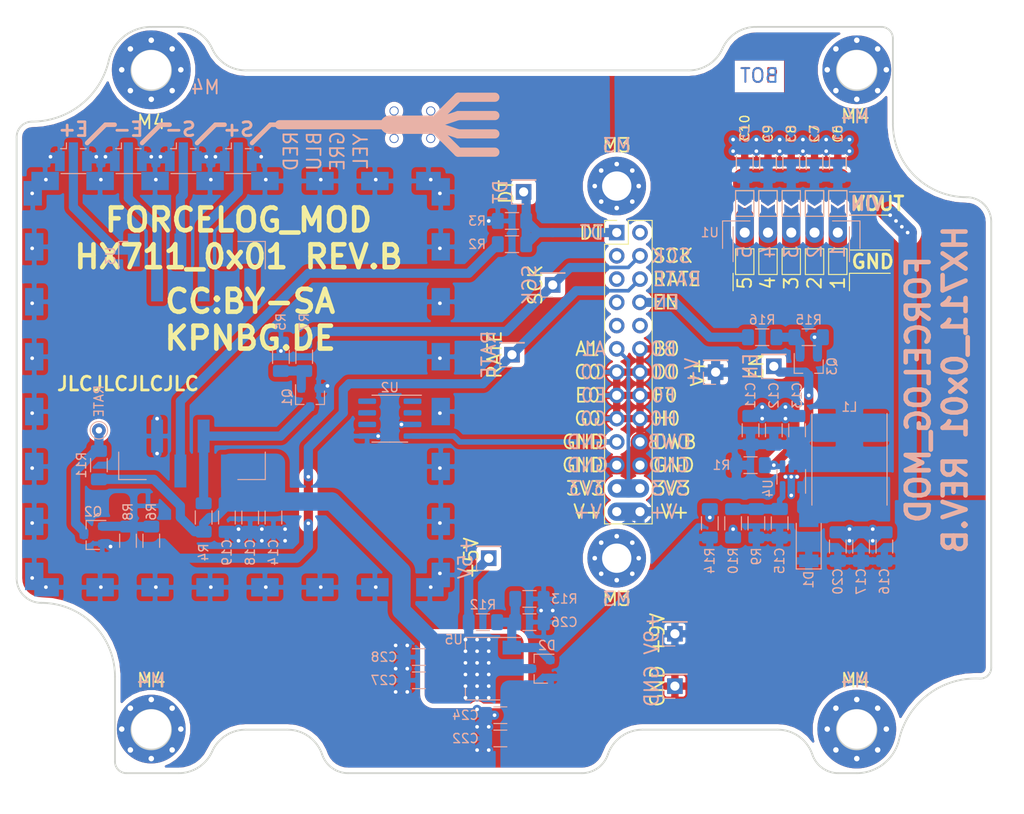
<source format=kicad_pcb>
(kicad_pcb (version 20171130) (host pcbnew 5.1.9)
  (layers (0 F.Cu signal) (31 B.Cu signal) (34 B.Paste user) (35 F.Paste user) (36 B.SilkS user) (37 F.SilkS user) (38 B.Mask user) (39 F.Mask user) (44 Edge.Cuts user))
  (net 0 "")
  (net 1 GND)
  (net 2 +5VA)
  (net 3 "Net-(J1-Pad1)")
  (net 4 "Net-(J2-Pad1)")
  (net 5 "Net-(J3-Pad1)")
  (net 6 "Net-(J4-Pad1)")
  (net 7 /DT)
  (net 8 /SCK)
  (net 9 /RATE)
  (net 10 /DQ)
  (net 11 +3V3)
  (net 12 "Net-(Q1-Pad3)")
  (net 13 "Net-(Q2-Pad1)")
  (net 14 "Net-(H1-Pad1)")
  (net 15 "Net-(H2-Pad1)")
  (net 16 "Net-(H4-Pad1)")
  (net 17 "Net-(H5-Pad1)")
  (net 18 "Net-(H6-Pad1)")
  (net 19 V+)
  (net 20 "Net-(D1-Pad2)")
  (net 21 +9V)
  (net 22 /BOOST_PIN1)
  (net 23 /BOOST_PIN2)
  (net 24 /BOOST_PIN3)
  (net 25 /BOOST_PIN4)
  (net 26 /BOOST_PIN5)
  (net 27 "Net-(C26-Pad1)")
  (net 28 "Net-(H7-Pad1)")
  (net 29 "Net-(J6-Pad1)")
  (net 30 "Net-(Q1-Pad1)")
  (net 31 "Net-(R2-Pad1)")
  (net 32 /EN)
  (net 33 "Net-(J7-Pad8)")
  (net 34 "Net-(Q3-Pad1)")
  (net 35 "Net-(C15-Pad2)")
  (module Connector_PinHeader_2.54mm:PinHeader_1x01_P2.54mm_Vertical (layer B.Cu) (at 126.638841 105.280209)
    (fp_text reference TP8 hide)
    (fp_text value TP)
    (pad 1 thru_hole rect (at 0 0) (size 1.7 1.7) (drill 1) (layers *.Cu *.Mask) (net 32 /EN))
  )
  (module Connector_PinHeader_2.54mm:PinHeader_1x01_P2.54mm_Vertical (layer B.Cu) (at 120.288841 105.915209)
    (fp_text reference TP1 hide)
    (fp_text value GND)
    (pad 1 thru_hole rect (at 0 0) (size 1.7 1.7) (drill 1) (layers *.Cu *.Mask) (net 19 V+))
  )
  (module Package_TO_SOT_SMD:SOT-23-6 (layer B.Cu) (at 128.543841 117.345209 90)
    (fp_text reference U4 (at -1.27 -2.54 90) (layer B.SilkS) (effects (justify mirror)))
    (fp_text value MT3608)
    (pad 6 smd roundrect (at 1.1375 0.95 90) (size 1.325 0.6) (layers B.Cu B.Paste B.Mask) (net 19 V+))
    (pad 5 smd roundrect (at 1.1375 0 90) (size 1.325 0.6) (layers B.Cu B.Paste B.Mask) (net 19 V+))
    (pad 4 smd roundrect (at 1.1375 -0.95 90) (size 1.325 0.6) (layers B.Cu B.Paste B.Mask) (net 32 /EN))
    (pad 3 smd roundrect (at -1.1375 -0.95 90) (size 1.325 0.6) (layers B.Cu B.Paste B.Mask) (net 35 "Net-(C15-Pad2)"))
    (pad 2 smd roundrect (at -1.1375 0 90) (size 1.325 0.6) (layers B.Cu B.Paste B.Mask) (net 1 GND))
    (pad 1 smd roundrect (at -1.1375 0.95 90) (size 1.325 0.6) (layers B.Cu B.Paste B.Mask) (net 20 "Net-(D1-Pad2)"))
  )
  (module Resistor_SMD:R_1206_3216Metric_Pad1.30x1.75mm_HandSolder (layer B.Cu) (at 119.653841 122.425209 90)
    (fp_text reference R14 (at -2.54 0 90) (layer B.SilkS) (effects (justify left mirror)))
    (fp_text value 1k)
    (pad 2 smd roundrect (at 1.55 0 90) (size 1.3 1.75) (layers B.Cu B.Paste B.Mask) (roundrect_rratio 0.192308) (net 1 GND))
    (pad 1 smd roundrect (at -1.55 0 90) (size 1.3 1.75) (layers B.Cu B.Paste B.Mask) (roundrect_rratio 0.192308) (net 21 +9V))
  )
  (module Resistor_SMD:R_1206_3216Metric_Pad1.30x1.75mm_HandSolder (layer B.Cu) (at 122.193841 122.425209 270)
    (fp_text reference R10 (at 2.54 0 90) (layer B.SilkS) (effects (justify left mirror)))
    (fp_text value 9k1)
    (pad 2 smd roundrect (at 1.55 0 270) (size 1.3 1.75) (layers B.Cu B.Paste B.Mask) (roundrect_rratio 0.192308) (net 1 GND))
    (pad 1 smd roundrect (at -1.55 0 270) (size 1.3 1.75) (layers B.Cu B.Paste B.Mask) (roundrect_rratio 0.192308) (net 35 "Net-(C15-Pad2)"))
  )
  (module Resistor_SMD:R_1206_3216Metric_Pad1.30x1.75mm_HandSolder (layer B.Cu) (at 124.733841 122.425209 90)
    (fp_text reference R9 (at -2.54 0 90) (layer B.SilkS) (effects (justify left mirror)))
    (fp_text value 130k)
    (pad 2 smd roundrect (at 1.55 0 90) (size 1.3 1.75) (layers B.Cu B.Paste B.Mask) (roundrect_rratio 0.192308) (net 35 "Net-(C15-Pad2)"))
    (pad 1 smd roundrect (at -1.55 0 90) (size 1.3 1.75) (layers B.Cu B.Paste B.Mask) (roundrect_rratio 0.192308) (net 21 +9V))
  )
  (module Resistor_SMD:R_1206_3216Metric_Pad1.30x1.75mm_HandSolder (layer B.Cu) (at 124.098841 116.075209)
    (fp_text reference R1 (at -3.175 0) (layer B.SilkS) (effects (justify mirror)))
    (fp_text value 51k)
    (pad 2 smd roundrect (at 1.55 0) (size 1.3 1.75) (layers B.Cu B.Paste B.Mask) (roundrect_rratio 0.192308) (net 32 /EN))
    (pad 1 smd roundrect (at -1.55 0) (size 1.3 1.75) (layers B.Cu B.Paste B.Mask) (roundrect_rratio 0.192308) (net 19 V+))
  )
  (module Inductor_SMD:L_Taiyo-Yuden_NR-80xx_HandSoldering (layer B.Cu) (at 134.893841 115.440209 270)
    (fp_text reference L1 (at -5.715 0 180) (layer B.SilkS) (effects (justify mirror)))
    (fp_text value 10)
    (pad 2 smd rect (at 3.45 0 270) (size 3.1 7.7) (layers B.Cu B.Paste B.Mask) (net 20 "Net-(D1-Pad2)"))
    (pad 1 smd rect (at -3.45 0 270) (size 3.1 7.7) (layers B.Cu B.Paste B.Mask) (net 19 V+))
  )
  (module Diode_SMD:D_SOD-128 (layer B.Cu) (at 130.448841 124.330209 90)
    (fp_text reference D1 (at -3.175 0 90) (layer B.SilkS) (effects (justify left mirror)))
    (fp_text value D_Schottky)
    (pad 2 smd rect (at 2.2 0 90) (size 1.4 2.1) (layers B.Cu B.Paste B.Mask) (net 20 "Net-(D1-Pad2)"))
    (pad 1 smd rect (at -2.2 0 90) (size 1.4 2.1) (layers B.Cu B.Paste B.Mask) (net 21 +9V))
  )
  (module Capacitor_SMD:C_1206_3216Metric_Pad1.33x1.80mm_HandSolder (layer B.Cu) (at 133.623841 124.965209 90)
    (fp_text reference C20 (at -3.81 0 90) (layer B.SilkS) (effects (justify mirror)))
    (fp_text value 100n)
    (pad 2 smd roundrect (at 1.5625 0 90) (size 1.325 1.8) (layers B.Cu B.Paste B.Mask) (roundrect_rratio 0.188679) (net 1 GND))
    (pad 1 smd roundrect (at -1.5625 0 90) (size 1.325 1.8) (layers B.Cu B.Paste B.Mask) (roundrect_rratio 0.188679) (net 21 +9V))
  )
  (module Capacitor_SMD:C_1206_3216Metric_Pad1.33x1.80mm_HandSolder (layer B.Cu) (at 136.163841 124.965209 90)
    (fp_text reference C17 (at -3.81 0 90) (layer B.SilkS) (effects (justify mirror)))
    (fp_text value 10u)
    (pad 2 smd roundrect (at 1.5625 0 90) (size 1.325 1.8) (layers B.Cu B.Paste B.Mask) (roundrect_rratio 0.188679) (net 1 GND))
    (pad 1 smd roundrect (at -1.5625 0 90) (size 1.325 1.8) (layers B.Cu B.Paste B.Mask) (roundrect_rratio 0.188679) (net 21 +9V))
  )
  (module Capacitor_SMD:C_1206_3216Metric_Pad1.33x1.80mm_HandSolder (layer B.Cu) (at 138.703841 124.965209 90)
    (fp_text reference C16 (at -3.81 0 90) (layer B.SilkS) (effects (justify mirror)))
    (fp_text value 100u)
    (pad 2 smd roundrect (at 1.5625 0 90) (size 1.325 1.8) (layers B.Cu B.Paste B.Mask) (roundrect_rratio 0.188679) (net 1 GND))
    (pad 1 smd roundrect (at -1.5625 0 90) (size 1.325 1.8) (layers B.Cu B.Paste B.Mask) (roundrect_rratio 0.188679) (net 21 +9V))
  )
  (module Capacitor_SMD:C_1206_3216Metric_Pad1.33x1.80mm_HandSolder (layer B.Cu) (at 127.273841 122.425209 90)
    (fp_text reference C15 (at -2.54 0 90) (layer B.SilkS) (effects (justify left mirror)))
    (fp_text value 330p)
    (pad 2 smd roundrect (at 1.5625 0 90) (size 1.325 1.8) (layers B.Cu B.Paste B.Mask) (roundrect_rratio 0.188679) (net 35 "Net-(C15-Pad2)"))
    (pad 1 smd roundrect (at -1.5625 0 90) (size 1.325 1.8) (layers B.Cu B.Paste B.Mask) (roundrect_rratio 0.188679) (net 21 +9V))
  )
  (module Capacitor_SMD:C_1206_3216Metric_Pad1.33x1.80mm_HandSolder (layer B.Cu) (at 129.178841 112.265209 90)
    (fp_text reference C13 (at 3.81 0 90) (layer B.SilkS) (effects (justify mirror)))
    (fp_text value 100n)
    (pad 2 smd roundrect (at 1.5625 0 90) (size 1.325 1.8) (layers B.Cu B.Paste B.Mask) (roundrect_rratio 0.188679) (net 1 GND))
    (pad 1 smd roundrect (at -1.5625 0 90) (size 1.325 1.8) (layers B.Cu B.Paste B.Mask) (roundrect_rratio 0.189) (net 19 V+))
  )
  (module Capacitor_SMD:C_1206_3216Metric_Pad1.33x1.80mm_HandSolder (layer B.Cu) (at 126.638841 112.265209 90)
    (fp_text reference C12 (at 3.81 0 90) (layer B.SilkS) (effects (justify mirror)))
    (fp_text value 10u)
    (pad 2 smd roundrect (at 1.5625 0 90) (size 1.325 1.8) (layers B.Cu B.Paste B.Mask) (roundrect_rratio 0.188679) (net 1 GND))
    (pad 1 smd roundrect (at -1.5625 0 90) (size 1.325 1.8) (layers B.Cu B.Paste B.Mask) (roundrect_rratio 0.188679) (net 19 V+))
  )
  (module Capacitor_SMD:C_1206_3216Metric_Pad1.33x1.80mm_HandSolder (layer B.Cu) (at 124.098841 112.265209 90)
    (fp_text reference C11 (at 3.81 0 90) (layer B.SilkS) (effects (justify mirror)))
    (fp_text value 100u)
    (pad 2 smd roundrect (at 1.5625 0 90) (size 1.325 1.8) (layers B.Cu B.Paste B.Mask) (roundrect_rratio 0.188679) (net 1 GND))
    (pad 1 smd roundrect (at -1.5625 0 90) (size 1.325 1.8) (layers B.Cu B.Paste B.Mask) (roundrect_rratio 0.188679) (net 19 V+))
  )
  (module Resistor_SMD:R_1206_3216Metric_Pad1.30x1.75mm_HandSolder (layer B.Cu) (at 125.368841 102.105209 180)
    (fp_text reference R16 (at 0 1.905) (layer B.SilkS) (effects (justify mirror)))
    (fp_text value 220)
    (pad 2 smd roundrect (at 1.55 0 180) (size 1.3 1.75) (layers B.Cu B.Paste B.Mask) (roundrect_rratio 0.192308) (net 33 "Net-(J7-Pad8)"))
    (pad 1 smd roundrect (at -1.55 0 180) (size 1.3 1.75) (layers B.Cu B.Paste B.Mask) (roundrect_rratio 0.192308) (net 34 "Net-(Q3-Pad1)"))
  )
  (module Resistor_SMD:R_1206_3216Metric_Pad1.30x1.75mm_HandSolder (layer B.Cu) (at 130.448841 102.105209)
    (fp_text reference R15 (at 0 -1.905) (layer B.SilkS) (effects (justify mirror)))
    (fp_text value 10k)
    (pad 2 smd roundrect (at 1.55 0) (size 1.3 1.75) (layers B.Cu B.Paste B.Mask) (roundrect_rratio 0.192308) (net 1 GND))
    (pad 1 smd roundrect (at -1.55 0) (size 1.3 1.75) (layers B.Cu B.Paste B.Mask) (roundrect_rratio 0.192308) (net 34 "Net-(Q3-Pad1)"))
  )
  (module Package_TO_SOT_SMD:SOT-23 (layer B.Cu) (at 130.448841 105.280209 270)
    (fp_text reference Q3 (at 0 -2.54 270) (layer B.SilkS) (effects (justify mirror)))
    (fp_text value BSS806NE)
    (pad 3 smd rect (at 1 0 270) (size 0.9 0.8) (layers B.Cu B.Paste B.Mask) (net 32 /EN))
    (pad 2 smd rect (at -1 -0.95 270) (size 0.9 0.8) (layers B.Cu B.Paste B.Mask) (net 1 GND))
    (pad 1 smd rect (at -1 0.95 270) (size 0.9 0.8) (layers B.Cu B.Paste B.Mask) (net 34 "Net-(Q3-Pad1)"))
  )
  (module Connector_PinHeader_2.54mm:PinHeader_1x01_P2.54mm_Vertical (layer B.Cu) (at 95.523841 126.235209)
    (fp_text reference TP7 hide)
    (fp_text value +5V hide)
    (pad 1 thru_hole rect (at 0 0) (size 1.7 1.7) (drill 1) (layers *.Cu *.Mask) (net 2 +5VA))
  )
  (module Connector_PinHeader_2.54mm:PinHeader_1x01_P2.54mm_Vertical (layer B.Cu) (at 115.843841 134.490209)
    (fp_text reference TP6 hide)
    (fp_text value +9V hide)
    (pad 1 thru_hole rect (at 0 0) (size 1.7 1.7) (drill 1) (layers *.Cu *.Mask) (net 21 +9V))
  )
  (module Connector_PinHeader_2.54mm:PinHeader_1x01_P2.54mm_Vertical (layer B.Cu) (at 98.063841 104.010209)
    (fp_text reference TP5 hide)
    (fp_text value RATE hide)
    (pad 1 thru_hole rect (at 0 0) (size 1.7 1.7) (drill 1) (layers *.Cu *.Mask) (net 9 /RATE))
  )
  (module Connector_PinHeader_2.54mm:PinHeader_1x01_P2.54mm_Vertical (layer B.Cu) (at 99.333841 86.230209)
    (fp_text reference TP4 hide)
    (fp_text value DT hide)
    (pad 1 thru_hole rect (at 0 0) (size 1.7 1.7) (drill 1) (layers *.Cu *.Mask) (net 7 /DT))
  )
  (module Connector_PinHeader_2.54mm:PinHeader_1x01_P2.54mm_Vertical (layer B.Cu) (at 102.508841 96.390209)
    (fp_text reference TP3 hide)
    (fp_text value SCK hide)
    (pad 1 thru_hole rect (at 0 0) (size 1.7 1.7) (drill 1) (layers *.Cu *.Mask) (net 8 /SCK))
  )
  (module Connector_PinHeader_2.54mm:PinHeader_1x01_P2.54mm_Vertical (layer B.Cu) (at 115.843841 140.205209)
    (fp_text reference TP2 hide)
    (fp_text value GND hide)
    (pad 1 thru_hole rect (at 0 0) (size 1.7 1.7) (drill 1) (layers *.Cu *.Mask) (net 1 GND))
  )
  (module modules:boost_generic_var (layer B.Cu) (at 128.543841 90.675209 180)
    (fp_text reference U1 (at 8.89 0) (layer B.SilkS) (effects (justify mirror)))
    (fp_text value "BOOST MODULE")
    (pad 5 thru_hole oval (at 5.08 0 180) (size 1.5 2) (drill 1.1) (layers *.Cu *.Mask) (net 26 /BOOST_PIN5))
    (pad 4 thru_hole oval (at 2.54 0 180) (size 1.5 2) (drill 1.1) (layers *.Cu *.Mask) (net 25 /BOOST_PIN4))
    (pad 3 thru_hole oval (at 0 0 180) (size 1.5 2) (drill 1.1) (layers *.Cu *.Mask) (net 24 /BOOST_PIN3))
    (pad 2 thru_hole oval (at -2.54 0 180) (size 1.5 2) (drill 1.1) (layers *.Cu *.Mask) (net 23 /BOOST_PIN2))
    (pad 1 thru_hole oval (at -5.08 0 180) (size 1.5 2) (drill 1.1) (layers *.Cu *.Mask) (net 22 /BOOST_PIN1))
  )
  (module Capacitor_SMD:C_1206_3216Metric_Pad1.33x1.80mm_HandSolder (layer B.Cu) (at 133.623841 83.055209 270)
    (fp_text reference C1 (at -3.175 0 90) (layer B.SilkS) (effects (justify mirror)))
    (fp_text value 10u)
    (pad 2 smd roundrect (at 1.5625 0 270) (size 1.325 1.8) (layers B.Cu B.Paste B.Mask) (roundrect_rratio 0.1886784905660377) (net 19 V+))
    (pad 1 smd roundrect (at -1.5625 0 270) (size 1.325 1.8) (layers B.Cu B.Paste B.Mask) (roundrect_rratio 0.1886784905660377) (net 1 GND))
  )
  (module Jumper:SolderJumper-2_P1.3mm_Open_TrianglePad1.0x1.5mm (layer F.Cu) (at 123.463841 87.500209 270)
    (fp_text reference JP15 hide)
    (fp_text value Jumper_2_Open)
    (pad 1 smd custom (at -0.725 0 270) (size 0.3 0.3) (layers F.Cu F.Mask) (net 21 +9V) (options (clearance outline) (anchor rect)) (primitives (gr_poly (pts (xy -0.5 -0.75) (xy 0.5 -0.75) (xy 1 0) (xy 0.5 0.75) (xy -0.5 0.75)) (width 0))))
    (pad 2 smd custom (at 0.725 0 270) (size 0.3 0.3) (layers F.Cu F.Mask) (net 26 /BOOST_PIN5) (options (clearance outline) (anchor rect)) (primitives (gr_poly (pts (xy -0.65 -0.75) (xy 0.5 -0.75) (xy 0.5 0.75) (xy -0.65 0.75) (xy -0.15 0)) (width 0))))
  )
  (module Jumper:SolderJumper-2_P1.3mm_Open_TrianglePad1.0x1.5mm (layer F.Cu) (at 126.003841 87.500209 270)
    (fp_text reference JP14 hide)
    (fp_text value Jumper_2_Open)
    (pad 1 smd custom (at -0.725 0 270) (size 0.3 0.3) (layers F.Cu F.Mask) (net 21 +9V) (options (clearance outline) (anchor rect)) (primitives (gr_poly (pts (xy -0.5 -0.75) (xy 0.5 -0.75) (xy 1 0) (xy 0.5 0.75) (xy -0.5 0.75)) (width 0))))
    (pad 2 smd custom (at 0.725 0 270) (size 0.3 0.3) (layers F.Cu F.Mask) (net 25 /BOOST_PIN4) (options (clearance outline) (anchor rect)) (primitives (gr_poly (pts (xy -0.65 -0.75) (xy 0.5 -0.75) (xy 0.5 0.75) (xy -0.65 0.75) (xy -0.15 0)) (width 0))))
  )
  (module Jumper:SolderJumper-2_P1.3mm_Open_TrianglePad1.0x1.5mm (layer F.Cu) (at 128.543841 87.500209 270)
    (fp_text reference JP13 hide)
    (fp_text value Jumper_2_Open)
    (pad 1 smd custom (at -0.725 0 270) (size 0.3 0.3) (layers F.Cu F.Mask) (net 21 +9V) (options (clearance outline) (anchor rect)) (primitives (gr_poly (pts (xy -0.5 -0.75) (xy 0.5 -0.75) (xy 1 0) (xy 0.5 0.75) (xy -0.5 0.75)) (width 0))))
    (pad 2 smd custom (at 0.725 0 270) (size 0.3 0.3) (layers F.Cu F.Mask) (net 24 /BOOST_PIN3) (options (clearance outline) (anchor rect)) (primitives (gr_poly (pts (xy -0.65 -0.75) (xy 0.5 -0.75) (xy 0.5 0.75) (xy -0.65 0.75) (xy -0.15 0)) (width 0))))
  )
  (module Jumper:SolderJumper-2_P1.3mm_Open_TrianglePad1.0x1.5mm (layer F.Cu) (at 131.083841 87.500209 270)
    (fp_text reference JP12 hide)
    (fp_text value Jumper_2_Open)
    (pad 1 smd custom (at -0.725 0 270) (size 0.3 0.3) (layers F.Cu F.Mask) (net 21 +9V) (options (clearance outline) (anchor rect)) (primitives (gr_poly (pts (xy -0.5 -0.75) (xy 0.5 -0.75) (xy 1 0) (xy 0.5 0.75) (xy -0.5 0.75)) (width 0))))
    (pad 2 smd custom (at 0.725 0 270) (size 0.3 0.3) (layers F.Cu F.Mask) (net 23 /BOOST_PIN2) (options (clearance outline) (anchor rect)) (primitives (gr_poly (pts (xy -0.65 -0.75) (xy 0.5 -0.75) (xy 0.5 0.75) (xy -0.65 0.75) (xy -0.15 0)) (width 0))))
  )
  (module Jumper:SolderJumper-2_P1.3mm_Open_TrianglePad1.0x1.5mm (layer F.Cu) (at 133.623841 87.500209 270)
    (fp_text reference JP11 hide)
    (fp_text value Jumper_2_Open)
    (pad 1 smd custom (at -0.725 0 270) (size 0.3 0.3) (layers F.Cu F.Mask) (net 21 +9V) (options (clearance outline) (anchor rect)) (primitives (gr_poly (pts (xy -0.5 -0.75) (xy 0.5 -0.75) (xy 1 0) (xy 0.5 0.75) (xy -0.5 0.75)) (width 0))))
    (pad 2 smd custom (at 0.725 0 270) (size 0.3 0.3) (layers F.Cu F.Mask) (net 22 /BOOST_PIN1) (options (clearance outline) (anchor rect)) (primitives (gr_poly (pts (xy -0.65 -0.75) (xy 0.5 -0.75) (xy 0.5 0.75) (xy -0.65 0.75) (xy -0.15 0)) (width 0))))
  )
  (module Jumper:SolderJumper-2_P1.3mm_Open_TrianglePad1.0x1.5mm (layer F.Cu) (at 123.463841 93.850209 90)
    (fp_text reference JP10 hide)
    (fp_text value Jumper_2_Open)
    (pad 1 smd custom (at -0.725 0 90) (size 0.3 0.3) (layers F.Cu F.Mask) (net 1 GND) (options (clearance outline) (anchor rect)) (primitives (gr_poly (pts (xy -0.5 -0.75) (xy 0.5 -0.75) (xy 1 0) (xy 0.5 0.75) (xy -0.5 0.75)) (width 0))))
    (pad 2 smd custom (at 0.725 0 90) (size 0.3 0.3) (layers F.Cu F.Mask) (net 26 /BOOST_PIN5) (options (clearance outline) (anchor rect)) (primitives (gr_poly (pts (xy -0.65 -0.75) (xy 0.5 -0.75) (xy 0.5 0.75) (xy -0.65 0.75) (xy -0.15 0)) (width 0))))
  )
  (module Jumper:SolderJumper-2_P1.3mm_Open_TrianglePad1.0x1.5mm (layer F.Cu) (at 126.003841 93.850209 90)
    (fp_text reference JP9 hide)
    (fp_text value Jumper_2_Open)
    (pad 1 smd custom (at -0.725 0 90) (size 0.3 0.3) (layers F.Cu F.Mask) (net 1 GND) (options (clearance outline) (anchor rect)) (primitives (gr_poly (pts (xy -0.5 -0.75) (xy 0.5 -0.75) (xy 1 0) (xy 0.5 0.75) (xy -0.5 0.75)) (width 0))))
    (pad 2 smd custom (at 0.725 0 90) (size 0.3 0.3) (layers F.Cu F.Mask) (net 25 /BOOST_PIN4) (options (clearance outline) (anchor rect)) (primitives (gr_poly (pts (xy -0.65 -0.75) (xy 0.5 -0.75) (xy 0.5 0.75) (xy -0.65 0.75) (xy -0.15 0)) (width 0))))
  )
  (module Jumper:SolderJumper-2_P1.3mm_Open_TrianglePad1.0x1.5mm (layer F.Cu) (at 128.543841 93.850209 90)
    (fp_text reference JP8 hide)
    (fp_text value Jumper_2_Open)
    (pad 1 smd custom (at -0.725 0 90) (size 0.3 0.3) (layers F.Cu F.Mask) (net 1 GND) (options (clearance outline) (anchor rect)) (primitives (gr_poly (pts (xy -0.5 -0.75) (xy 0.5 -0.75) (xy 1 0) (xy 0.5 0.75) (xy -0.5 0.75)) (width 0))))
    (pad 2 smd custom (at 0.725 0 90) (size 0.3 0.3) (layers F.Cu F.Mask) (net 24 /BOOST_PIN3) (options (clearance outline) (anchor rect)) (primitives (gr_poly (pts (xy -0.65 -0.75) (xy 0.5 -0.75) (xy 0.5 0.75) (xy -0.65 0.75) (xy -0.15 0)) (width 0))))
  )
  (module Jumper:SolderJumper-2_P1.3mm_Open_TrianglePad1.0x1.5mm (layer F.Cu) (at 131.083841 93.850209 90)
    (fp_text reference JP7 hide)
    (fp_text value Jumper_2_Open)
    (pad 1 smd custom (at -0.725 0 90) (size 0.3 0.3) (layers F.Cu F.Mask) (net 1 GND) (options (clearance outline) (anchor rect)) (primitives (gr_poly (pts (xy -0.5 -0.75) (xy 0.5 -0.75) (xy 1 0) (xy 0.5 0.75) (xy -0.5 0.75)) (width 0))))
    (pad 2 smd custom (at 0.725 0 90) (size 0.3 0.3) (layers F.Cu F.Mask) (net 23 /BOOST_PIN2) (options (clearance outline) (anchor rect)) (primitives (gr_poly (pts (xy -0.65 -0.75) (xy 0.5 -0.75) (xy 0.5 0.75) (xy -0.65 0.75) (xy -0.15 0)) (width 0))))
  )
  (module Jumper:SolderJumper-2_P1.3mm_Open_TrianglePad1.0x1.5mm (layer F.Cu) (at 133.623841 93.850209 90)
    (fp_text reference JP6 hide)
    (fp_text value Jumper_2_Open)
    (pad 1 smd custom (at -0.725 0 90) (size 0.3 0.3) (layers F.Cu F.Mask) (net 1 GND) (options (clearance outline) (anchor rect)) (primitives (gr_poly (pts (xy -0.5 -0.75) (xy 0.5 -0.75) (xy 1 0) (xy 0.5 0.75) (xy -0.5 0.75)) (width 0))))
    (pad 2 smd custom (at 0.725 0 90) (size 0.3 0.3) (layers F.Cu F.Mask) (net 22 /BOOST_PIN1) (options (clearance outline) (anchor rect)) (primitives (gr_poly (pts (xy -0.65 -0.75) (xy 0.5 -0.75) (xy 0.5 0.75) (xy -0.65 0.75) (xy -0.15 0)) (width 0))))
  )
  (module Jumper:SolderJumper-2_P1.3mm_Open_TrianglePad1.0x1.5mm (layer B.Cu) (at 123.463841 87.500209 270)
    (fp_text reference JP5 hide)
    (fp_text value Jumper_2_Open)
    (pad 1 smd custom (at -0.725 0 270) (size 0.3 0.3) (layers B.Cu B.Mask) (net 19 V+) (options (clearance outline) (anchor rect)) (primitives (gr_poly (pts (xy -0.5 0.75) (xy 0.5 0.75) (xy 1 0) (xy 0.5 -0.75) (xy -0.5 -0.75)) (width 0))))
    (pad 2 smd custom (at 0.725 0 270) (size 0.3 0.3) (layers B.Cu B.Mask) (net 26 /BOOST_PIN5) (options (clearance outline) (anchor rect)) (primitives (gr_poly (pts (xy -0.65 0.75) (xy 0.5 0.75) (xy 0.5 -0.75) (xy -0.65 -0.75) (xy -0.15 0)) (width 0))))
  )
  (module Jumper:SolderJumper-2_P1.3mm_Open_TrianglePad1.0x1.5mm (layer B.Cu) (at 126.003841 87.500209 270)
    (fp_text reference JP4 hide)
    (fp_text value Jumper_2_Open)
    (pad 1 smd custom (at -0.725 0 270) (size 0.3 0.3) (layers B.Cu B.Mask) (net 19 V+) (options (clearance outline) (anchor rect)) (primitives (gr_poly (pts (xy -0.5 0.75) (xy 0.5 0.75) (xy 1 0) (xy 0.5 -0.75) (xy -0.5 -0.75)) (width 0))))
    (pad 2 smd custom (at 0.725 0 270) (size 0.3 0.3) (layers B.Cu B.Mask) (net 25 /BOOST_PIN4) (options (clearance outline) (anchor rect)) (primitives (gr_poly (pts (xy -0.65 0.75) (xy 0.5 0.75) (xy 0.5 -0.75) (xy -0.65 -0.75) (xy -0.15 0)) (width 0))))
  )
  (module Jumper:SolderJumper-2_P1.3mm_Open_TrianglePad1.0x1.5mm (layer B.Cu) (at 128.543841 87.500209 270)
    (fp_text reference JP3 hide)
    (fp_text value Jumper_2_Open)
    (pad 1 smd custom (at -0.725 0 270) (size 0.3 0.3) (layers B.Cu B.Mask) (net 19 V+) (options (clearance outline) (anchor rect)) (primitives (gr_poly (pts (xy -0.5 0.75) (xy 0.5 0.75) (xy 1 0) (xy 0.5 -0.75) (xy -0.5 -0.75)) (width 0))))
    (pad 2 smd custom (at 0.725 0 270) (size 0.3 0.3) (layers B.Cu B.Mask) (net 24 /BOOST_PIN3) (options (clearance outline) (anchor rect)) (primitives (gr_poly (pts (xy -0.65 0.75) (xy 0.5 0.75) (xy 0.5 -0.75) (xy -0.65 -0.75) (xy -0.15 0)) (width 0))))
  )
  (module Jumper:SolderJumper-2_P1.3mm_Open_TrianglePad1.0x1.5mm (layer B.Cu) (at 131.083841 87.500209 270)
    (fp_text reference JP2 hide)
    (fp_text value Jumper_2_Open)
    (pad 1 smd custom (at -0.725 0 270) (size 0.3 0.3) (layers B.Cu B.Mask) (net 19 V+) (options (clearance outline) (anchor rect)) (primitives (gr_poly (pts (xy -0.5 0.75) (xy 0.5 0.75) (xy 1 0) (xy 0.5 -0.75) (xy -0.5 -0.75)) (width 0))))
    (pad 2 smd custom (at 0.725 0 270) (size 0.3 0.3) (layers B.Cu B.Mask) (net 23 /BOOST_PIN2) (options (clearance outline) (anchor rect)) (primitives (gr_poly (pts (xy -0.65 0.75) (xy 0.5 0.75) (xy 0.5 -0.75) (xy -0.65 -0.75) (xy -0.15 0)) (width 0))))
  )
  (module Jumper:SolderJumper-2_P1.3mm_Open_TrianglePad1.0x1.5mm (layer B.Cu) (at 133.623841 87.500209 270)
    (fp_text reference JP1 hide)
    (fp_text value Jumper_2_Open)
    (pad 1 smd custom (at -0.725 0 270) (size 0.3 0.3) (layers B.Cu B.Mask) (net 19 V+) (options (clearance outline) (anchor rect)) (primitives (gr_poly (pts (xy -0.5 0.75) (xy 0.5 0.75) (xy 1 0) (xy 0.5 -0.75) (xy -0.5 -0.75)) (width 0))))
    (pad 2 smd custom (at 0.725 0 270) (size 0.3 0.3) (layers B.Cu B.Mask) (net 22 /BOOST_PIN1) (options (clearance outline) (anchor rect)) (primitives (gr_poly (pts (xy -0.65 0.75) (xy 0.5 0.75) (xy 0.5 -0.75) (xy -0.65 -0.75) (xy -0.15 0)) (width 0))))
  )
  (module Capacitor_SMD:C_1206_3216Metric_Pad1.33x1.80mm_HandSolder (layer F.Cu) (at 123.463841 83.055209 270)
    (fp_text reference C10 (at -3.81 0 90) (layer F.SilkS))
    (fp_text value 10u)
    (pad 2 smd roundrect (at 1.5625 0 270) (size 1.325 1.8) (layers F.Cu F.Paste F.Mask) (roundrect_rratio 0.1886784905660377) (net 21 +9V))
    (pad 1 smd roundrect (at -1.5625 0 270) (size 1.325 1.8) (layers F.Cu F.Paste F.Mask) (roundrect_rratio 0.1886784905660377) (net 1 GND))
  )
  (module Capacitor_SMD:C_1206_3216Metric_Pad1.33x1.80mm_HandSolder (layer B.Cu) (at 123.463841 83.055209 270)
    (fp_text reference C5 (at -3.175 0 90) (layer B.SilkS) (effects (justify mirror)))
    (fp_text value 10u)
    (pad 2 smd roundrect (at 1.5625 0 270) (size 1.325 1.8) (layers B.Cu B.Paste B.Mask) (roundrect_rratio 0.1886784905660377) (net 19 V+))
    (pad 1 smd roundrect (at -1.5625 0 270) (size 1.325 1.8) (layers B.Cu B.Paste B.Mask) (roundrect_rratio 0.1886784905660377) (net 1 GND))
  )
  (module Capacitor_SMD:C_1206_3216Metric_Pad1.33x1.80mm_HandSolder (layer F.Cu) (at 126.003841 83.055209 270)
    (fp_text reference C9 (at -3.175 0 90) (layer F.SilkS))
    (fp_text value 10u)
    (pad 2 smd roundrect (at 1.5625 0 270) (size 1.325 1.8) (layers F.Cu F.Paste F.Mask) (roundrect_rratio 0.1886784905660377) (net 21 +9V))
    (pad 1 smd roundrect (at -1.5625 0 270) (size 1.325 1.8) (layers F.Cu F.Paste F.Mask) (roundrect_rratio 0.1886784905660377) (net 1 GND))
  )
  (module Capacitor_SMD:C_1206_3216Metric_Pad1.33x1.80mm_HandSolder (layer B.Cu) (at 126.003841 83.055209 270)
    (fp_text reference C4 (at -3.175 0 90) (layer B.SilkS) (effects (justify mirror)))
    (fp_text value 10u)
    (pad 2 smd roundrect (at 1.5625 0 270) (size 1.325 1.8) (layers B.Cu B.Paste B.Mask) (roundrect_rratio 0.1886784905660377) (net 19 V+))
    (pad 1 smd roundrect (at -1.5625 0 270) (size 1.325 1.8) (layers B.Cu B.Paste B.Mask) (roundrect_rratio 0.1886784905660377) (net 1 GND))
  )
  (module Capacitor_SMD:C_1206_3216Metric_Pad1.33x1.80mm_HandSolder (layer F.Cu) (at 128.543841 83.055209 270)
    (fp_text reference C8 (at -3.175 0 90) (layer F.SilkS))
    (fp_text value 10u)
    (pad 2 smd roundrect (at 1.5625 0 270) (size 1.325 1.8) (layers F.Cu F.Paste F.Mask) (roundrect_rratio 0.1886784905660377) (net 21 +9V))
    (pad 1 smd roundrect (at -1.5625 0 270) (size 1.325 1.8) (layers F.Cu F.Paste F.Mask) (roundrect_rratio 0.1886784905660377) (net 1 GND))
  )
  (module Capacitor_SMD:C_1206_3216Metric_Pad1.33x1.80mm_HandSolder (layer B.Cu) (at 128.543841 83.055209 270)
    (fp_text reference C3 (at -3.175 0 90) (layer B.SilkS) (effects (justify mirror)))
    (fp_text value 10u)
    (pad 2 smd roundrect (at 1.5625 0 270) (size 1.325 1.8) (layers B.Cu B.Paste B.Mask) (roundrect_rratio 0.1886784905660377) (net 19 V+))
    (pad 1 smd roundrect (at -1.5625 0 270) (size 1.325 1.8) (layers B.Cu B.Paste B.Mask) (roundrect_rratio 0.1886784905660377) (net 1 GND))
  )
  (module Capacitor_SMD:C_1206_3216Metric_Pad1.33x1.80mm_HandSolder (layer F.Cu) (at 131.083841 83.055209 270)
    (fp_text reference C7 (at -3.175 0 90) (layer F.SilkS))
    (fp_text value 10u)
    (pad 2 smd roundrect (at 1.5625 0 270) (size 1.325 1.8) (layers F.Cu F.Paste F.Mask) (roundrect_rratio 0.1886784905660377) (net 21 +9V))
    (pad 1 smd roundrect (at -1.5625 0 270) (size 1.325 1.8) (layers F.Cu F.Paste F.Mask) (roundrect_rratio 0.1886784905660377) (net 1 GND))
  )
  (module Capacitor_SMD:C_1206_3216Metric_Pad1.33x1.80mm_HandSolder (layer F.Cu) (at 133.623841 83.055209 270)
    (fp_text reference C6 (at -3.175 0 90) (layer F.SilkS))
    (fp_text value 10u)
    (pad 2 smd roundrect (at 1.5625 0 270) (size 1.325 1.8) (layers F.Cu F.Paste F.Mask) (roundrect_rratio 0.1886784905660377) (net 21 +9V))
    (pad 1 smd roundrect (at -1.5625 0 270) (size 1.325 1.8) (layers F.Cu F.Paste F.Mask) (roundrect_rratio 0.1886784905660377) (net 1 GND))
  )
  (module shields_rf:Shield_TE2118726-2 (layer B.Cu) (at 68.103841 107.225209)
    (fp_text reference J5 hide)
    (fp_text value RFShield_TwoPieces)
    (pad 1 smd rect (at 14.995 22.185 90) (size 2 3) (layers B.Cu B.Paste B.Mask) (net 1 GND))
    (pad 1 smd rect (at -2.995 22.185 90) (size 2 3) (layers B.Cu B.Paste B.Mask) (net 1 GND))
    (pad 1 smd rect (at -14.995 22.185 90) (size 2 3) (layers B.Cu B.Paste B.Mask) (net 1 GND))
    (pad 1 smd rect (at 2.995 22.185 90) (size 2 3) (layers B.Cu B.Paste B.Mask) (net 1 GND))
    (pad 1 smd rect (at -8.995 22.185 90) (size 2 3) (layers B.Cu B.Paste B.Mask) (net 1 GND))
    (pad 1 smd rect (at -20.84 22.185 90) (size 2 2.69) (layers B.Cu B.Paste B.Mask) (net 1 GND))
    (pad 1 smd rect (at 8.995 22.185 90) (size 2 3) (layers B.Cu B.Paste B.Mask) (net 1 GND))
    (pad 1 smd rect (at 20.995 22.185 90) (size 2 3) (layers B.Cu B.Paste B.Mask) (net 1 GND))
    (pad 1 smd rect (at 22.185 14.995 180) (size 2 3) (layers B.Cu B.Paste B.Mask) (net 1 GND))
    (pad 1 smd rect (at 22.185 -2.995 180) (size 2 3) (layers B.Cu B.Paste B.Mask) (net 1 GND))
    (pad 1 smd rect (at 22.185 20.84 180) (size 2 2.69) (layers B.Cu B.Paste B.Mask) (net 1 GND))
    (pad 1 smd rect (at 22.185 -8.995 180) (size 2 3) (layers B.Cu B.Paste B.Mask) (net 1 GND))
    (pad 1 smd rect (at 22.185 8.995 180) (size 2 3) (layers B.Cu B.Paste B.Mask) (net 1 GND))
    (pad 1 smd rect (at 22.185 -20.995 180) (size 2 3) (layers B.Cu B.Paste B.Mask) (net 1 GND))
    (pad 1 smd rect (at 22.185 -14.995 180) (size 2 3) (layers B.Cu B.Paste B.Mask) (net 1 GND))
    (pad 1 smd rect (at 22.185 2.995 180) (size 2 3) (layers B.Cu B.Paste B.Mask) (net 1 GND))
    (pad 1 smd rect (at -20.995 -22.185 270) (size 2 3) (layers B.Cu B.Paste B.Mask) (net 1 GND))
    (pad 1 smd rect (at 20.84 -22.185 270) (size 2 2.69) (layers B.Cu B.Paste B.Mask) (net 1 GND))
    (pad 1 smd rect (at -14.995 -22.185 270) (size 2 3) (layers B.Cu B.Paste B.Mask) (net 1 GND))
    (pad 1 smd rect (at -2.995 -22.185 270) (size 2 3) (layers B.Cu B.Paste B.Mask) (net 1 GND))
    (pad 1 smd rect (at 14.995 -22.185 270) (size 2 3) (layers B.Cu B.Paste B.Mask) (net 1 GND))
    (pad 1 smd rect (at 8.995 -22.185 270) (size 2 3) (layers B.Cu B.Paste B.Mask) (net 1 GND))
    (pad 1 smd rect (at 2.995 -22.185 270) (size 2 3) (layers B.Cu B.Paste B.Mask) (net 1 GND))
    (pad 1 smd rect (at -8.995 -22.185 270) (size 2 3) (layers B.Cu B.Paste B.Mask) (net 1 GND))
    (pad 1 smd rect (at -22.185 20.995) (size 2 3) (layers B.Cu B.Paste B.Mask) (net 1 GND))
    (pad 1 smd rect (at -22.185 14.995) (size 2 3) (layers B.Cu B.Paste B.Mask) (net 1 GND))
    (pad 1 smd rect (at -22.185 2.995) (size 2 3) (layers B.Cu B.Paste B.Mask) (net 1 GND))
    (pad 1 smd rect (at -22.185 8.995) (size 2 3) (layers B.Cu B.Paste B.Mask) (net 1 GND))
    (pad 1 smd rect (at -22.185 -2.995) (size 2 3) (layers B.Cu B.Paste B.Mask) (net 1 GND))
    (pad 1 smd rect (at -22.185 -8.995) (size 2 3) (layers B.Cu B.Paste B.Mask) (net 1 GND))
    (pad 1 smd rect (at -22.185 -14.995) (size 2 3) (layers B.Cu B.Paste B.Mask) (net 1 GND))
    (pad 1 smd rect (at -22.345 -20.84) (size 2 2.69) (layers B.Cu B.Paste B.Mask) (net 1 GND))
  )
  (module custom_mounting:cableclamp_4x1.13_coax_bundled (layer B.Cu) (at 87.193841 78.895209)
    (fp_text reference H3 hide)
    (fp_text value MountingHole)
    (pad "" thru_hole circle (at 2 -1.5) (size 1 1) (drill 0.8) (layers *.Cu *.Mask))
    (pad "" thru_hole circle (at 2 1.5) (size 1 1) (drill 0.8) (layers *.Cu *.Mask))
    (pad "" thru_hole circle (at -2 1.5) (size 1 1) (drill 0.8) (layers *.Cu *.Mask))
    (pad "" thru_hole circle (at -2 -1.5) (size 1 1) (drill 0.8) (layers *.Cu *.Mask))
  )
  (module modules:hy711_module_smd (layer B.Cu) (at 63.138841 104.645209 270)
    (fp_text reference U3 (at -11.43 8.89 270) (layer B.SilkS) (effects (justify mirror)))
    (fp_text value HX711)
    (pad 10 smd rect (at 8.255 3.81 180) (size 1.3 3.6) (layers B.Cu B.Paste B.Mask) (net 1 GND))
    (pad 9 smd rect (at 12.065 1.27 180) (size 1.3 3.6) (layers B.Cu B.Paste B.Mask) (net 31 "Net-(R2-Pad1)"))
    (pad 8 smd rect (at 8.255 -1.27 180) (size 1.3 3.6) (layers B.Cu B.Paste B.Mask) (net 12 "Net-(Q1-Pad3)"))
    (pad 7 smd rect (at 12.065 -3.81 180) (size 1.3 3.6) (layers B.Cu B.Paste B.Mask) (net 2 +5VA))
    (pad 5 smd rect (at -12.065 -3.81 180) (size 1.3 3.6) (layers B.Cu B.Paste B.Mask))
    (pad 4 smd rect (at -8.255 -1.27 180) (size 1.3 3.6) (layers B.Cu B.Paste B.Mask) (net 6 "Net-(J4-Pad1)"))
    (pad 6 smd rect (at -8.255 -6.35 180) (size 1.3 3.6) (layers B.Cu B.Paste B.Mask))
    (pad 3 smd rect (at -12.065 1.27 180) (size 1.3 3.6) (layers B.Cu B.Paste B.Mask) (net 5 "Net-(J3-Pad1)"))
    (pad 2 smd rect (at -8.255 3.81 180) (size 1.3 3.6) (layers B.Cu B.Paste B.Mask) (net 4 "Net-(J2-Pad1)"))
    (pad 1 smd rect (at -12.065 6.35 180) (size 1.3 3.6) (layers B.Cu B.Paste B.Mask) (net 3 "Net-(J1-Pad1)"))
  )
  (module Connector_PinHeader_2.54mm:PinHeader_2x13_P2.54mm_Vertical (layer F.Cu) (at 109.493841 90.675209)
    (fp_text reference J7 hide)
    (fp_text value Conn_02x13_Odd_Even)
    (pad 26 thru_hole oval (at 2.54 30.48) (size 1.7 1.7) (drill 1) (layers *.Cu *.Mask) (net 19 V+))
    (pad 25 thru_hole oval (at 0 30.48) (size 1.7 1.7) (drill 1) (layers *.Cu *.Mask) (net 19 V+))
    (pad 24 thru_hole oval (at 2.54 27.94) (size 1.7 1.7) (drill 1) (layers *.Cu *.Mask) (net 11 +3V3))
    (pad 23 thru_hole oval (at 0 27.94) (size 1.7 1.7) (drill 1) (layers *.Cu *.Mask) (net 11 +3V3))
    (pad 22 thru_hole oval (at 2.54 25.4) (size 1.7 1.7) (drill 1) (layers *.Cu *.Mask) (net 1 GND))
    (pad 21 thru_hole oval (at 0 25.4) (size 1.7 1.7) (drill 1) (layers *.Cu *.Mask) (net 1 GND))
    (pad 20 thru_hole oval (at 2.54 22.86) (size 1.7 1.7) (drill 1) (layers *.Cu *.Mask) (net 1 GND))
    (pad 19 thru_hole oval (at 0 22.86) (size 1.7 1.7) (drill 1) (layers *.Cu *.Mask) (net 10 /DQ))
    (pad 18 thru_hole oval (at 2.54 20.32) (size 1.7 1.7) (drill 1) (layers *.Cu *.Mask) (net 1 GND))
    (pad 17 thru_hole oval (at 0 20.32) (size 1.7 1.7) (drill 1) (layers *.Cu *.Mask) (net 1 GND))
    (pad 16 thru_hole oval (at 2.54 17.78) (size 1.7 1.7) (drill 1) (layers *.Cu *.Mask) (net 1 GND))
    (pad 15 thru_hole oval (at 0 17.78) (size 1.7 1.7) (drill 1) (layers *.Cu *.Mask) (net 1 GND))
    (pad 14 thru_hole oval (at 2.54 15.24) (size 1.7 1.7) (drill 1) (layers *.Cu *.Mask) (net 1 GND))
    (pad 13 thru_hole oval (at 0 15.24) (size 1.7 1.7) (drill 1) (layers *.Cu *.Mask) (net 1 GND))
    (pad 12 thru_hole oval (at 2.54 12.7) (size 1.7 1.7) (drill 1) (layers *.Cu *.Mask) (net 1 GND))
    (pad 11 thru_hole oval (at 0 12.7) (size 1.7 1.7) (drill 1) (layers *.Cu *.Mask) (net 11 +3V3))
    (pad 10 thru_hole oval (at 2.54 10.16) (size 1.7 1.7) (drill 1) (layers *.Cu *.Mask))
    (pad 9 thru_hole oval (at 0 10.16) (size 1.7 1.7) (drill 1) (layers *.Cu *.Mask))
    (pad 8 thru_hole oval (at 2.54 7.62) (size 1.7 1.7) (drill 1) (layers *.Cu *.Mask) (net 33 "Net-(J7-Pad8)"))
    (pad 7 thru_hole oval (at 0 7.62) (size 1.7 1.7) (drill 1) (layers *.Cu *.Mask))
    (pad 6 thru_hole oval (at 2.54 5.08) (size 1.7 1.7) (drill 1) (layers *.Cu *.Mask) (net 9 /RATE))
    (pad 5 thru_hole oval (at 0 5.08) (size 1.7 1.7) (drill 1) (layers *.Cu *.Mask))
    (pad 4 thru_hole oval (at 2.54 2.54) (size 1.7 1.7) (drill 1) (layers *.Cu *.Mask) (net 8 /SCK))
    (pad 3 thru_hole oval (at 0 2.54) (size 1.7 1.7) (drill 1) (layers *.Cu *.Mask))
    (pad 2 thru_hole oval (at 2.54 0) (size 1.7 1.7) (drill 1) (layers *.Cu *.Mask))
    (pad 1 thru_hole rect (at 0 0) (size 1.7 1.7) (drill 1) (layers *.Cu *.Mask) (net 7 /DT))
  )
  (module MountingHole:MountingHole_4.3mm_M4_Pad_Via (layer F.Cu) (at 135.693841 144.895209)
    (fp_text reference H7 hide)
    (fp_text value MountingHole_Pad)
    (pad 1 thru_hole circle (at 2.280419 -2.280419) (size 0.9 0.9) (drill 0.6) (layers *.Cu *.Mask) (net 28 "Net-(H7-Pad1)"))
    (pad 1 thru_hole circle (at 0 -3.225) (size 0.9 0.9) (drill 0.6) (layers *.Cu *.Mask) (net 28 "Net-(H7-Pad1)"))
    (pad 1 thru_hole circle (at -2.280419 -2.280419) (size 0.9 0.9) (drill 0.6) (layers *.Cu *.Mask) (net 28 "Net-(H7-Pad1)"))
    (pad 1 thru_hole circle (at -3.225 0) (size 0.9 0.9) (drill 0.6) (layers *.Cu *.Mask) (net 28 "Net-(H7-Pad1)"))
    (pad 1 thru_hole circle (at -2.280419 2.280419) (size 0.9 0.9) (drill 0.6) (layers *.Cu *.Mask) (net 28 "Net-(H7-Pad1)"))
    (pad 1 thru_hole circle (at 0 3.225) (size 0.9 0.9) (drill 0.6) (layers *.Cu *.Mask) (net 28 "Net-(H7-Pad1)"))
    (pad 1 thru_hole circle (at 2.280419 2.280419) (size 0.9 0.9) (drill 0.6) (layers *.Cu *.Mask) (net 28 "Net-(H7-Pad1)"))
    (pad 1 thru_hole circle (at 3.225 0) (size 0.9 0.9) (drill 0.6) (layers *.Cu *.Mask) (net 28 "Net-(H7-Pad1)"))
    (pad 1 thru_hole circle (at 0 0) (size 8.6 8.6) (drill 4.3) (layers *.Cu *.Mask) (net 28 "Net-(H7-Pad1)"))
  )
  (module MountingHole:MountingHole_4.3mm_M4_Pad_Via (layer F.Cu) (at 58.693841 144.895209)
    (fp_text reference H6 hide)
    (fp_text value MountingHole_Pad)
    (pad 1 thru_hole circle (at 2.280419 -2.280419) (size 0.9 0.9) (drill 0.6) (layers *.Cu *.Mask) (net 18 "Net-(H6-Pad1)"))
    (pad 1 thru_hole circle (at 0 -3.225) (size 0.9 0.9) (drill 0.6) (layers *.Cu *.Mask) (net 18 "Net-(H6-Pad1)"))
    (pad 1 thru_hole circle (at -2.280419 -2.280419) (size 0.9 0.9) (drill 0.6) (layers *.Cu *.Mask) (net 18 "Net-(H6-Pad1)"))
    (pad 1 thru_hole circle (at -3.225 0) (size 0.9 0.9) (drill 0.6) (layers *.Cu *.Mask) (net 18 "Net-(H6-Pad1)"))
    (pad 1 thru_hole circle (at -2.280419 2.280419) (size 0.9 0.9) (drill 0.6) (layers *.Cu *.Mask) (net 18 "Net-(H6-Pad1)"))
    (pad 1 thru_hole circle (at 0 3.225) (size 0.9 0.9) (drill 0.6) (layers *.Cu *.Mask) (net 18 "Net-(H6-Pad1)"))
    (pad 1 thru_hole circle (at 2.280419 2.280419) (size 0.9 0.9) (drill 0.6) (layers *.Cu *.Mask) (net 18 "Net-(H6-Pad1)"))
    (pad 1 thru_hole circle (at 3.225 0) (size 0.9 0.9) (drill 0.6) (layers *.Cu *.Mask) (net 18 "Net-(H6-Pad1)"))
    (pad 1 thru_hole circle (at 0 0) (size 7.5 7.5) (drill 4.3) (layers *.Cu *.Mask) (net 18 "Net-(H6-Pad1)"))
  )
  (module MountingHole:MountingHole_4.3mm_M4_Pad_Via (layer F.Cu) (at 135.693841 72.895209)
    (fp_text reference H5 hide)
    (fp_text value MountingHole_Pad)
    (pad 1 thru_hole circle (at 2.280419 -2.280419) (size 0.9 0.9) (drill 0.6) (layers *.Cu *.Mask) (net 17 "Net-(H5-Pad1)"))
    (pad 1 thru_hole circle (at 0 -3.225) (size 0.9 0.9) (drill 0.6) (layers *.Cu *.Mask) (net 17 "Net-(H5-Pad1)"))
    (pad 1 thru_hole circle (at -2.280419 -2.280419) (size 0.9 0.9) (drill 0.6) (layers *.Cu *.Mask) (net 17 "Net-(H5-Pad1)"))
    (pad 1 thru_hole circle (at -3.225 0) (size 0.9 0.9) (drill 0.6) (layers *.Cu *.Mask) (net 17 "Net-(H5-Pad1)"))
    (pad 1 thru_hole circle (at -2.280419 2.280419) (size 0.9 0.9) (drill 0.6) (layers *.Cu *.Mask) (net 17 "Net-(H5-Pad1)"))
    (pad 1 thru_hole circle (at 0 3.225) (size 0.9 0.9) (drill 0.6) (layers *.Cu *.Mask) (net 17 "Net-(H5-Pad1)"))
    (pad 1 thru_hole circle (at 2.280419 2.280419) (size 0.9 0.9) (drill 0.6) (layers *.Cu *.Mask) (net 17 "Net-(H5-Pad1)"))
    (pad 1 thru_hole circle (at 3.225 0) (size 0.9 0.9) (drill 0.6) (layers *.Cu *.Mask) (net 17 "Net-(H5-Pad1)"))
    (pad 1 thru_hole circle (at 0 0) (size 7.5 7.5) (drill 4.3) (layers *.Cu *.Mask) (net 17 "Net-(H5-Pad1)"))
  )
  (module MountingHole:MountingHole_4.3mm_M4_Pad_Via (layer F.Cu) (at 58.693841 72.895209)
    (fp_text reference H4 hide)
    (fp_text value MountingHole_Pad)
    (pad 1 thru_hole circle (at 2.280419 -2.280419) (size 0.9 0.9) (drill 0.6) (layers *.Cu *.Mask) (net 16 "Net-(H4-Pad1)"))
    (pad 1 thru_hole circle (at 0 -3.225) (size 0.9 0.9) (drill 0.6) (layers *.Cu *.Mask) (net 16 "Net-(H4-Pad1)"))
    (pad 1 thru_hole circle (at -2.280419 -2.280419) (size 0.9 0.9) (drill 0.6) (layers *.Cu *.Mask) (net 16 "Net-(H4-Pad1)"))
    (pad 1 thru_hole circle (at -3.225 0) (size 0.9 0.9) (drill 0.6) (layers *.Cu *.Mask) (net 16 "Net-(H4-Pad1)"))
    (pad 1 thru_hole circle (at -2.280419 2.280419) (size 0.9 0.9) (drill 0.6) (layers *.Cu *.Mask) (net 16 "Net-(H4-Pad1)"))
    (pad 1 thru_hole circle (at 0 3.225) (size 0.9 0.9) (drill 0.6) (layers *.Cu *.Mask) (net 16 "Net-(H4-Pad1)"))
    (pad 1 thru_hole circle (at 2.280419 2.280419) (size 0.9 0.9) (drill 0.6) (layers *.Cu *.Mask) (net 16 "Net-(H4-Pad1)"))
    (pad 1 thru_hole circle (at 3.225 0) (size 0.9 0.9) (drill 0.6) (layers *.Cu *.Mask) (net 16 "Net-(H4-Pad1)"))
    (pad 1 thru_hole circle (at 0 0) (size 8.6 8.6) (drill 4.3) (layers *.Cu *.Mask) (net 16 "Net-(H4-Pad1)"))
  )
  (module MountingHole:MountingHole_3.2mm_M3_Pad_Via (layer F.Cu) (at 109.493841 85.595209)
    (fp_text reference H2 hide)
    (fp_text value MountingHole_Pad)
    (pad 1 thru_hole circle (at 1.697056 -1.697056) (size 0.8 0.8) (drill 0.5) (layers *.Cu *.Mask) (net 15 "Net-(H2-Pad1)"))
    (pad 1 thru_hole circle (at 0 -2.4) (size 0.8 0.8) (drill 0.5) (layers *.Cu *.Mask) (net 15 "Net-(H2-Pad1)"))
    (pad 1 thru_hole circle (at -1.697056 -1.697056) (size 0.8 0.8) (drill 0.5) (layers *.Cu *.Mask) (net 15 "Net-(H2-Pad1)"))
    (pad 1 thru_hole circle (at -2.4 0) (size 0.8 0.8) (drill 0.5) (layers *.Cu *.Mask) (net 15 "Net-(H2-Pad1)"))
    (pad 1 thru_hole circle (at -1.697056 1.697056) (size 0.8 0.8) (drill 0.5) (layers *.Cu *.Mask) (net 15 "Net-(H2-Pad1)"))
    (pad 1 thru_hole circle (at 0 2.4) (size 0.8 0.8) (drill 0.5) (layers *.Cu *.Mask) (net 15 "Net-(H2-Pad1)"))
    (pad 1 thru_hole circle (at 1.697056 1.697056) (size 0.8 0.8) (drill 0.5) (layers *.Cu *.Mask) (net 15 "Net-(H2-Pad1)"))
    (pad 1 thru_hole circle (at 2.4 0) (size 0.8 0.8) (drill 0.5) (layers *.Cu *.Mask) (net 15 "Net-(H2-Pad1)"))
    (pad 1 thru_hole circle (at 0 0) (size 6.4 6.4) (drill 3.2) (layers *.Cu *.Mask) (net 15 "Net-(H2-Pad1)"))
  )
  (module MountingHole:MountingHole_3.2mm_M3_Pad_Via (layer F.Cu) (at 109.493841 126.235209)
    (fp_text reference H1 hide)
    (fp_text value MountingHole_Pad)
    (pad 1 thru_hole circle (at 1.697056 -1.697056) (size 0.8 0.8) (drill 0.5) (layers *.Cu *.Mask) (net 14 "Net-(H1-Pad1)"))
    (pad 1 thru_hole circle (at 0 -2.4) (size 0.8 0.8) (drill 0.5) (layers *.Cu *.Mask) (net 14 "Net-(H1-Pad1)"))
    (pad 1 thru_hole circle (at -1.697056 -1.697056) (size 0.8 0.8) (drill 0.5) (layers *.Cu *.Mask) (net 14 "Net-(H1-Pad1)"))
    (pad 1 thru_hole circle (at -2.4 0) (size 0.8 0.8) (drill 0.5) (layers *.Cu *.Mask) (net 14 "Net-(H1-Pad1)"))
    (pad 1 thru_hole circle (at -1.697056 1.697056) (size 0.8 0.8) (drill 0.5) (layers *.Cu *.Mask) (net 14 "Net-(H1-Pad1)"))
    (pad 1 thru_hole circle (at 0 2.4) (size 0.8 0.8) (drill 0.5) (layers *.Cu *.Mask) (net 14 "Net-(H1-Pad1)"))
    (pad 1 thru_hole circle (at 1.697056 1.697056) (size 0.8 0.8) (drill 0.5) (layers *.Cu *.Mask) (net 14 "Net-(H1-Pad1)"))
    (pad 1 thru_hole circle (at 2.4 0) (size 0.8 0.8) (drill 0.5) (layers *.Cu *.Mask) (net 14 "Net-(H1-Pad1)"))
    (pad 1 thru_hole circle (at 0 0) (size 6.4 6.4) (drill 3.2) (layers *.Cu *.Mask) (net 14 "Net-(H1-Pad1)"))
  )
  (module Capacitor_SMD:C_1206_3216Metric_Pad1.33x1.80mm_HandSolder (layer B.Cu) (at 131.083841 83.055209 270)
    (fp_text reference C2 (at -3.175 0 90) (layer B.SilkS) (effects (justify mirror)))
    (fp_text value 10u)
    (pad 1 smd roundrect (at -1.5625 0 270) (size 1.325 1.8) (layers B.Cu B.Paste B.Mask) (roundrect_rratio 0.1886784905660377) (net 1 GND))
    (pad 2 smd roundrect (at 1.5625 0 270) (size 1.325 1.8) (layers B.Cu B.Paste B.Mask) (roundrect_rratio 0.1886784905660377) (net 19 V+))
  )
  (module Capacitor_SMD:C_1206_3216Metric_Pad1.33x1.80mm_HandSolder (layer B.Cu) (at 96.793841 145.920209 180)
    (fp_text reference C22 (at 3.81 0 180) (layer B.SilkS) (effects (justify mirror)))
    (fp_text value 10u)
    (pad 1 smd roundrect (at -1.5625 0 180) (size 1.325 1.8) (layers B.Cu B.Paste B.Mask) (roundrect_rratio 0.1886784905660377) (net 21 +9V))
    (pad 2 smd roundrect (at 1.5625 0 180) (size 1.325 1.8) (layers B.Cu B.Paste B.Mask) (roundrect_rratio 0.1886784905660377) (net 1 GND))
  )
  (module Capacitor_SMD:C_1206_3216Metric_Pad1.33x1.80mm_HandSolder (layer B.Cu) (at 72.028841 121.790209 270)
    (fp_text reference C14 (at 3.81 0 270) (layer B.SilkS) (effects (justify mirror)))
    (fp_text value 47u)
    (pad 2 smd roundrect (at 1.5625 0 270) (size 1.325 1.8) (layers B.Cu B.Paste B.Mask) (roundrect_rratio 0.1886784905660377) (net 1 GND))
    (pad 1 smd roundrect (at -1.5625 0 270) (size 1.325 1.8) (layers B.Cu B.Paste B.Mask) (roundrect_rratio 0.1886784905660377) (net 2 +5VA))
  )
  (module Capacitor_SMD:C_1206_3216Metric_Pad1.33x1.80mm_HandSolder (layer B.Cu) (at 96.793841 143.380209 180)
    (fp_text reference C24 (at 3.81 0 180) (layer B.SilkS) (effects (justify mirror)))
    (fp_text value 100n)
    (pad 2 smd roundrect (at 1.5625 0 180) (size 1.325 1.8) (layers B.Cu B.Paste B.Mask) (roundrect_rratio 0.1886784905660377) (net 1 GND))
    (pad 1 smd roundrect (at -1.5625 0 180) (size 1.325 1.8) (layers B.Cu B.Paste B.Mask) (roundrect_rratio 0.1886784905660377) (net 21 +9V))
  )
  (module Capacitor_SMD:C_1206_3216Metric_Pad1.33x1.80mm_HandSolder (layer B.Cu) (at 69.488841 121.790209 270)
    (fp_text reference C18 (at 3.81 0 270) (layer B.SilkS) (effects (justify mirror)))
    (fp_text value 10u)
    (pad 1 smd roundrect (at -1.5625 0 270) (size 1.325 1.8) (layers B.Cu B.Paste B.Mask) (roundrect_rratio 0.1886784905660377) (net 2 +5VA))
    (pad 2 smd roundrect (at 1.5625 0 270) (size 1.325 1.8) (layers B.Cu B.Paste B.Mask) (roundrect_rratio 0.1886784905660377) (net 1 GND))
  )
  (module Capacitor_SMD:C_1206_3216Metric_Pad1.33x1.80mm_HandSolder (layer B.Cu) (at 99.968841 133.220209)
    (fp_text reference C26 (at 3.81 0 180) (layer B.SilkS) (effects (justify mirror)))
    (fp_text value 10u)
    (pad 1 smd roundrect (at -1.5625 0) (size 1.325 1.8) (layers B.Cu B.Paste B.Mask) (roundrect_rratio 0.1886784905660377) (net 27 "Net-(C26-Pad1)"))
    (pad 2 smd roundrect (at 1.5625 0) (size 1.325 1.8) (layers B.Cu B.Paste B.Mask) (roundrect_rratio 0.1886784905660377) (net 1 GND))
  )
  (module Capacitor_SMD:C_1206_3216Metric_Pad1.33x1.80mm_HandSolder (layer B.Cu) (at 66.948841 121.790209 270)
    (fp_text reference C19 (at 3.81 0 270) (layer B.SilkS) (effects (justify mirror)))
    (fp_text value 100n)
    (pad 2 smd roundrect (at 1.5625 0 270) (size 1.325 1.8) (layers B.Cu B.Paste B.Mask) (roundrect_rratio 0.1886784905660377) (net 1 GND))
    (pad 1 smd roundrect (at -1.5625 0 270) (size 1.325 1.8) (layers B.Cu B.Paste B.Mask) (roundrect_rratio 0.1886784905660377) (net 2 +5VA))
  )
  (module Capacitor_SMD:C_1206_3216Metric_Pad1.33x1.80mm_HandSolder (layer B.Cu) (at 87.903841 139.570209 180)
    (fp_text reference C27 (at 3.81 0 180) (layer B.SilkS) (effects (justify mirror)))
    (fp_text value 100n)
    (pad 2 smd roundrect (at 1.5625 0 180) (size 1.325 1.8) (layers B.Cu B.Paste B.Mask) (roundrect_rratio 0.1886784905660377) (net 1 GND))
    (pad 1 smd roundrect (at -1.5625 0 180) (size 1.325 1.8) (layers B.Cu B.Paste B.Mask) (roundrect_rratio 0.1886784905660377) (net 2 +5VA))
  )
  (module Capacitor_SMD:C_1206_3216Metric_Pad1.33x1.80mm_HandSolder (layer B.Cu) (at 87.903841 137.030209 180)
    (fp_text reference C28 (at 3.81 0 180) (layer B.SilkS) (effects (justify mirror)))
    (fp_text value 10u)
    (pad 1 smd roundrect (at -1.5625 0 180) (size 1.325 1.8) (layers B.Cu B.Paste B.Mask) (roundrect_rratio 0.1886784905660377) (net 2 +5VA))
    (pad 2 smd roundrect (at 1.5625 0 180) (size 1.325 1.8) (layers B.Cu B.Paste B.Mask) (roundrect_rratio 0.1886784905660377) (net 1 GND))
  )
  (module Package_TO_SOT_SMD:SOT-23 (layer B.Cu) (at 101.238841 138.300209 180)
    (fp_text reference D2 (at -0.635 2.54) (layer B.SilkS) (effects (justify mirror)))
    (fp_text value BAT54S)
    (pad 1 smd rect (at -1 0.95 180) (size 0.9 0.8) (layers B.Cu B.Paste B.Mask) (net 27 "Net-(C26-Pad1)"))
    (pad 2 smd rect (at -1 -0.95 180) (size 0.9 0.8) (layers B.Cu B.Paste B.Mask) (net 21 +9V))
    (pad 3 smd rect (at 1 0 180) (size 0.9 0.8) (layers B.Cu B.Paste B.Mask) (net 2 +5VA))
  )
  (module Connector_Coaxial:U.FL_Hirose_U.FL-R-SMT-1_Vertical (layer B.Cu) (at 50.193841 82.395209 270)
    (fp_text reference J1 hide)
    (fp_text value E+ (at -3 0) (layer B.SilkS) (effects (font (size 1.5 1.5) (thickness 0.3)) (justify mirror)))
    (pad 2 smd rect (at 0.475 -1.475 270) (size 2.2 1.05) (layers B.Cu B.Paste B.Mask) (net 1 GND))
    (pad 1 smd rect (at -1.05 0 270) (size 1.05 1) (layers B.Cu B.Paste B.Mask) (net 3 "Net-(J1-Pad1)"))
    (pad 2 smd rect (at 0.475 1.475 270) (size 2.2 1.05) (layers B.Cu B.Paste B.Mask) (net 1 GND))
  )
  (module Connector_Coaxial:U.FL_Hirose_U.FL-R-SMT-1_Vertical (layer B.Cu) (at 56.193841 82.395209 270)
    (fp_text reference J2 hide)
    (fp_text value E- (at -3 0) (layer B.SilkS) (effects (font (size 1.5 1.5) (thickness 0.3)) (justify mirror)))
    (pad 2 smd rect (at 0.475 1.475 270) (size 2.2 1.05) (layers B.Cu B.Paste B.Mask) (net 1 GND))
    (pad 1 smd rect (at -1.05 0 270) (size 1.05 1) (layers B.Cu B.Paste B.Mask) (net 4 "Net-(J2-Pad1)"))
    (pad 2 smd rect (at 0.475 -1.475 270) (size 2.2 1.05) (layers B.Cu B.Paste B.Mask) (net 1 GND))
  )
  (module Connector_Coaxial:U.FL_Hirose_U.FL-R-SMT-1_Vertical (layer B.Cu) (at 62.193841 82.395209 270)
    (fp_text reference J3 hide)
    (fp_text value S+ (at -3 -6.025) (layer B.SilkS) (effects (font (size 1.5 1.5) (thickness 0.3)) (justify mirror)))
    (pad 2 smd rect (at 0.475 1.475 270) (size 2.2 1.05) (layers B.Cu B.Paste B.Mask) (net 1 GND))
    (pad 1 smd rect (at -1.05 0 270) (size 1.05 1) (layers B.Cu B.Paste B.Mask) (net 5 "Net-(J3-Pad1)"))
    (pad 2 smd rect (at 0.475 -1.475 270) (size 2.2 1.05) (layers B.Cu B.Paste B.Mask) (net 1 GND))
  )
  (module Connector_Coaxial:U.FL_Hirose_U.FL-R-SMT-1_Vertical (layer B.Cu) (at 68.193841 82.395209 270)
    (fp_text reference J4 hide)
    (fp_text value S- (at -3 6.325) (layer B.SilkS) (effects (font (size 1.5 1.5) (thickness 0.3)) (justify mirror)))
    (pad 2 smd rect (at 0.475 -1.475 270) (size 2.2 1.05) (layers B.Cu B.Paste B.Mask) (net 1 GND))
    (pad 1 smd rect (at -1.05 0 270) (size 1.05 1) (layers B.Cu B.Paste B.Mask) (net 6 "Net-(J4-Pad1)"))
    (pad 2 smd rect (at 0.475 1.475 270) (size 2.2 1.05) (layers B.Cu B.Paste B.Mask) (net 1 GND))
  )
  (module TestPoint:TestPoint_THTPad_D1.5mm_Drill0.7mm (layer B.Cu) (at 52.978841 112.265209 270)
    (fp_text reference J6 hide)
    (fp_text value RATE (at -3.175 0 270) (layer B.SilkS) (effects (justify mirror)))
    (pad 1 thru_hole circle (at 0 0 270) (size 1.5 1.5) (drill 0.7) (layers *.Cu *.Mask) (net 29 "Net-(J6-Pad1)"))
  )
  (module Package_TO_SOT_SMD:SOT-23 (layer B.Cu) (at 76.018841 108.685209 270)
    (fp_text reference Q1 (at 0 2.5 90) (layer B.SilkS) (effects (justify mirror)))
    (fp_text value BSS806NE)
    (pad 1 smd rect (at -1 0.95 270) (size 0.9 0.8) (layers B.Cu B.Paste B.Mask) (net 30 "Net-(Q1-Pad1)"))
    (pad 2 smd rect (at -1 -0.95 270) (size 0.9 0.8) (layers B.Cu B.Paste B.Mask) (net 1 GND))
    (pad 3 smd rect (at 1 0 270) (size 0.9 0.8) (layers B.Cu B.Paste B.Mask) (net 12 "Net-(Q1-Pad3)"))
  )
  (module Package_TO_SOT_SMD:SOT-23 (layer B.Cu) (at 52.343841 123.695209 180)
    (fp_text reference Q2 (at 0 2.54 180) (layer B.SilkS) (effects (justify mirror)))
    (fp_text value BSS806NE)
    (pad 3 smd rect (at 1 0 180) (size 0.9 0.8) (layers B.Cu B.Paste B.Mask) (net 29 "Net-(J6-Pad1)"))
    (pad 2 smd rect (at -1 -0.95 180) (size 0.9 0.8) (layers B.Cu B.Paste B.Mask) (net 1 GND))
    (pad 1 smd rect (at -1 0.95 180) (size 0.9 0.8) (layers B.Cu B.Paste B.Mask) (net 13 "Net-(Q2-Pad1)"))
  )
  (module Resistor_SMD:R_1206_3216Metric_Pad1.30x1.75mm_HandSolder (layer B.Cu) (at 98.063841 91.945209)
    (fp_text reference R2 (at -3.81 0 180) (layer B.SilkS) (effects (justify mirror)))
    (fp_text value 470)
    (pad 2 smd roundrect (at 1.55 0) (size 1.3 1.75) (layers B.Cu B.Paste B.Mask) (roundrect_rratio 0.1923076923076923) (net 7 /DT))
    (pad 1 smd roundrect (at -1.55 0) (size 1.3 1.75) (layers B.Cu B.Paste B.Mask) (roundrect_rratio 0.1923076923076923) (net 31 "Net-(R2-Pad1)"))
  )
  (module Resistor_SMD:R_1206_3216Metric_Pad1.30x1.75mm_HandSolder (layer B.Cu) (at 98.063841 89.405209 180)
    (fp_text reference R3 (at 3.81 0 180) (layer B.SilkS) (effects (justify mirror)))
    (fp_text value 910)
    (pad 1 smd roundrect (at -1.55 0 180) (size 1.3 1.75) (layers B.Cu B.Paste B.Mask) (roundrect_rratio 0.1923076923076923) (net 7 /DT))
    (pad 2 smd roundrect (at 1.55 0 180) (size 1.3 1.75) (layers B.Cu B.Paste B.Mask) (roundrect_rratio 0.1923076923076923) (net 1 GND))
  )
  (module Resistor_SMD:R_1206_3216Metric_Pad1.30x1.75mm_HandSolder (layer B.Cu) (at 94.888841 133.220209)
    (fp_text reference R12 (at 0 -1.905 180) (layer B.SilkS) (effects (justify mirror)))
    (fp_text value 330)
    (pad 2 smd roundrect (at 1.55 0) (size 1.3 1.75) (layers B.Cu B.Paste B.Mask) (roundrect_rratio 0.1923076923076923) (net 27 "Net-(C26-Pad1)"))
    (pad 1 smd roundrect (at -1.55 0) (size 1.3 1.75) (layers B.Cu B.Paste B.Mask) (roundrect_rratio 0.1923076923076923) (net 2 +5VA))
  )
  (module Resistor_SMD:R_1206_3216Metric_Pad1.30x1.75mm_HandSolder (layer B.Cu) (at 99.968841 130.680209)
    (fp_text reference R13 (at 3.81 0 180) (layer B.SilkS) (effects (justify mirror)))
    (fp_text value 1k)
    (pad 1 smd roundrect (at -1.55 0) (size 1.3 1.75) (layers B.Cu B.Paste B.Mask) (roundrect_rratio 0.1923076923076923) (net 27 "Net-(C26-Pad1)"))
    (pad 2 smd roundrect (at 1.55 0) (size 1.3 1.75) (layers B.Cu B.Paste B.Mask) (roundrect_rratio 0.1923076923076923) (net 1 GND))
  )
  (module Resistor_SMD:R_1206_3216Metric_Pad1.30x1.75mm_HandSolder (layer B.Cu) (at 64.408841 121.790209 90)
    (fp_text reference R4 (at -3.81 0 90) (layer B.SilkS) (effects (justify mirror)))
    (fp_text value 10k)
    (pad 1 smd roundrect (at -1.55 0 90) (size 1.3 1.75) (layers B.Cu B.Paste B.Mask) (roundrect_rratio 0.1923076923076923) (net 2 +5VA))
    (pad 2 smd roundrect (at 1.55 0 90) (size 1.3 1.75) (layers B.Cu B.Paste B.Mask) (roundrect_rratio 0.1923076923076923) (net 12 "Net-(Q1-Pad3)"))
  )
  (module Resistor_SMD:R_1206_3216Metric_Pad1.30x1.75mm_HandSolder (layer B.Cu) (at 72.843841 104.240209 90)
    (fp_text reference R5 (at 3.81 0 90) (layer B.SilkS) (effects (justify mirror)))
    (fp_text value 10k)
    (pad 1 smd roundrect (at -1.55 0 90) (size 1.3 1.75) (layers B.Cu B.Paste B.Mask) (roundrect_rratio 0.1923076923076923) (net 30 "Net-(Q1-Pad1)"))
    (pad 2 smd roundrect (at 1.55 0 90) (size 1.3 1.75) (layers B.Cu B.Paste B.Mask) (roundrect_rratio 0.1923076923076923) (net 1 GND))
  )
  (module Resistor_SMD:R_1206_3216Metric_Pad1.30x1.75mm_HandSolder (layer B.Cu) (at 75.383841 104.240209 90)
    (fp_text reference R7 (at 3.81 0 270) (layer B.SilkS) (effects (justify mirror)))
    (fp_text value 220)
    (pad 2 smd roundrect (at 1.55 0 90) (size 1.3 1.75) (layers B.Cu B.Paste B.Mask) (roundrect_rratio 0.1923076923076923) (net 8 /SCK))
    (pad 1 smd roundrect (at -1.55 0 90) (size 1.3 1.75) (layers B.Cu B.Paste B.Mask) (roundrect_rratio 0.1923076923076923) (net 30 "Net-(Q1-Pad1)"))
  )
  (module Resistor_SMD:R_1206_3216Metric_Pad1.30x1.75mm_HandSolder (layer B.Cu) (at 58.693841 124.330209 270)
    (fp_text reference R6 (at -3.175 0 270) (layer B.SilkS) (effects (justify mirror)))
    (fp_text value 220)
    (pad 1 smd roundrect (at -1.55 0 270) (size 1.3 1.75) (layers B.Cu B.Paste B.Mask) (roundrect_rratio 0.1923076923076923) (net 13 "Net-(Q2-Pad1)"))
    (pad 2 smd roundrect (at 1.55 0 270) (size 1.3 1.75) (layers B.Cu B.Paste B.Mask) (roundrect_rratio 0.1923076923076923) (net 9 /RATE))
  )
  (module Resistor_SMD:R_1206_3216Metric_Pad1.30x1.75mm_HandSolder (layer B.Cu) (at 56.153841 124.330209 270)
    (fp_text reference R8 (at -3.175 0 270) (layer B.SilkS) (effects (justify mirror)))
    (fp_text value 10k)
    (pad 2 smd roundrect (at 1.55 0 270) (size 1.3 1.75) (layers B.Cu B.Paste B.Mask) (roundrect_rratio 0.1923076923076923) (net 1 GND))
    (pad 1 smd roundrect (at -1.55 0 270) (size 1.3 1.75) (layers B.Cu B.Paste B.Mask) (roundrect_rratio 0.1923076923076923) (net 13 "Net-(Q2-Pad1)"))
  )
  (module Resistor_SMD:R_1206_3216Metric_Pad1.30x1.75mm_HandSolder (layer B.Cu) (at 52.978841 116.075209 90)
    (fp_text reference R11 (at 0 -1.905 270) (layer B.SilkS) (effects (justify mirror)))
    (fp_text value 10k)
    (pad 2 smd roundrect (at 1.55 0 90) (size 1.3 1.75) (layers B.Cu B.Paste B.Mask) (roundrect_rratio 0.1923076923076923) (net 29 "Net-(J6-Pad1)"))
    (pad 1 smd roundrect (at -1.55 0 90) (size 1.3 1.75) (layers B.Cu B.Paste B.Mask) (roundrect_rratio 0.1923076923076923) (net 2 +5VA))
  )
  (module Package_SO:SOIC-8_3.9x4.9mm_P1.27mm (layer B.Cu) (at 84.728841 110.995209 180)
    (fp_text reference U2 (at 0 3.4) (layer B.SilkS) (effects (justify mirror)))
    (fp_text value DS18B20Z)
    (pad 1 smd roundrect (at -2.475 1.905 180) (size 1.95 0.6) (layers B.Cu B.Paste B.Mask))
    (pad 2 smd roundrect (at -2.475 0.635 180) (size 1.95 0.6) (layers B.Cu B.Paste B.Mask))
    (pad 3 smd roundrect (at -2.475 -0.635 180) (size 1.95 0.6) (layers B.Cu B.Paste B.Mask) (net 1 GND))
    (pad 4 smd roundrect (at -2.475 -1.905 180) (size 1.95 0.6) (layers B.Cu B.Paste B.Mask) (net 10 /DQ))
    (pad 5 smd roundrect (at 2.475 -1.905 180) (size 1.95 0.6) (layers B.Cu B.Paste B.Mask) (net 1 GND))
    (pad 6 smd roundrect (at 2.475 -0.635 180) (size 1.95 0.6) (layers B.Cu B.Paste B.Mask))
    (pad 7 smd roundrect (at 2.475 0.635 180) (size 1.95 0.6) (layers B.Cu B.Paste B.Mask))
    (pad 8 smd roundrect (at 2.475 1.905 180) (size 1.95 0.6) (layers B.Cu B.Paste B.Mask))
  )
  (module Package_TO_SOT_SMD:SOT-223-3_TabPin2 (layer B.Cu) (at 94.888841 138.300209 180)
    (fp_text reference U5 (at 3.175 3.175) (layer B.SilkS) (effects (justify mirror)))
    (fp_text value LM317_SOT-223)
    (pad 2 smd rect (at 3.15 0 180) (size 2 3.8) (layers B.Cu B.Paste B.Mask) (net 2 +5VA))
    (pad 2 smd rect (at -3.15 0 180) (size 2 1.5) (layers B.Cu B.Paste B.Mask) (net 2 +5VA))
    (pad 3 smd rect (at -3.15 -2.3 180) (size 2 1.5) (layers B.Cu B.Paste B.Mask) (net 21 +9V))
    (pad 1 smd rect (at -3.15 2.3 180) (size 2 1.5) (layers B.Cu B.Paste B.Mask) (net 27 "Net-(C26-Pad1)"))
  )
  (gr_text EN (at 124.733841 105.280209 90) (layer F.SilkS) (effects (font (size 1.5 1.5) (thickness 0.2))))
  (gr_text EN (at 124.098841 105.280209 90) (layer B.SilkS) (effects (font (size 1.5 1.5) (thickness 0.2)) (justify mirror)))
  (gr_text V+ (at 117.748841 105.915209 90) (layer B.SilkS) (effects (font (size 1.5 1.5) (thickness 0.2)) (justify mirror)))
  (gr_text DT (at 96.793841 86.230209 90) (layer B.SilkS) (effects (font (size 1.5 1.5) (thickness 0.2)) (justify mirror)))
  (gr_text SCK (at 99.968841 96.390209 90) (layer B.SilkS) (effects (font (size 1.5 1.5) (thickness 0.2)) (justify mirror)))
  (gr_text RATE (at 95.523841 104.010209 90) (layer B.SilkS) (effects (font (size 1.5 1.5) (thickness 0.2)) (justify mirror)))
  (gr_text +5V (at 92.983841 126.235209 90) (layer B.SilkS) (effects (font (size 1.5 1.5) (thickness 0.2)) (justify mirror)))
  (gr_text GND (at 113.303841 140.205209 90) (layer B.SilkS) (effects (font (size 1.5 1.5) (thickness 0.2)) (justify mirror)))
  (gr_text +9V (at 113.303841 134.490209 90) (layer B.SilkS) (effects (font (size 1.5 1.5) (thickness 0.2)) (justify mirror)))
  (gr_text EN (at 116.432412 98.295209) (layer F.SilkS) (effects (font (size 1.5 1.5) (thickness 0.2)) (justify right)))
  (gr_text EN (at 113.303841 98.295209) (layer B.SilkS) (effects (font (size 1.5 1.5) (thickness 0.2)) (justify right mirror)))
  (gr_text DT (at 108.163841 90.675209) (layer F.SilkS) (effects (font (size 1.5 1.5) (thickness 0.2)) (justify right)))
  (gr_text V+ (at 106.318841 121.155209) (layer F.SilkS) (effects (font (size 1.5 1.5) (thickness 0.2))))
  (gr_text 3V3 (at 108.223841 118.615209) (layer F.SilkS) (effects (font (size 1.5 1.5) (thickness 0.2)) (justify right)))
  (gr_text GND (at 108.223841 116.075209) (layer F.SilkS) (effects (font (size 1.5 1.5) (thickness 0.2)) (justify right)))
  (gr_text GND (at 108.223841 113.535209) (layer F.SilkS) (effects (font (size 1.5 1.5) (thickness 0.2)) (justify right)))
  (gr_text G0 (at 106.318841 110.995209) (layer F.SilkS) (effects (font (size 1.5 1.5) (thickness 0.2))))
  (gr_text E0 (at 106.318841 108.455209) (layer F.SilkS) (effects (font (size 1.5 1.5) (thickness 0.2))))
  (gr_text C0 (at 106.318841 105.915209) (layer F.SilkS) (effects (font (size 1.5 1.5) (thickness 0.2))))
  (gr_text A1 (at 106.318841 103.375209) (layer F.SilkS) (effects (font (size 1.5 1.5) (thickness 0.2))))
  (gr_text SCK (at 113.303841 93.215209) (layer F.SilkS) (effects (font (size 1.5 1.5) (thickness 0.2)) (justify left)))
  (gr_text RATE (at 113.303841 95.755209) (layer F.SilkS) (effects (font (size 1.5 1.5) (thickness 0.2)) (justify left)))
  (gr_text OWB (at 113.303841 113.535209) (layer F.SilkS) (effects (font (size 1.5 1.5) (thickness 0.2)) (justify left)))
  (gr_text GND (at 113.303841 116.075209) (layer F.SilkS) (effects (font (size 1.5 1.5) (thickness 0.2)) (justify left)))
  (gr_text 3V3 (at 113.303841 118.615209) (layer F.SilkS) (effects (font (size 1.5 1.5) (thickness 0.2)) (justify left)))
  (gr_text V+ (at 115.843841 121.155209) (layer F.SilkS) (effects (font (size 1.5 1.5) (thickness 0.2))))
  (gr_text H0 (at 113.303841 110.995209) (layer F.SilkS) (effects (font (size 1.5 1.5) (thickness 0.2)) (justify left)))
  (gr_text F0 (at 113.303841 108.455209) (layer F.SilkS) (effects (font (size 1.5 1.5) (thickness 0.2)) (justify left)))
  (gr_text D0 (at 113.303841 105.915209) (layer F.SilkS) (effects (font (size 1.5 1.5) (thickness 0.2)) (justify left)))
  (gr_text B0 (at 113.303841 103.375209) (layer F.SilkS) (effects (font (size 1.5 1.5) (thickness 0.2)) (justify left)))
  (gr_text JLCJLCJLCJLC (at 56.153841 107.185209) (layer F.SilkS) (effects (font (size 1.5 1.5) (thickness 0.3))))
  (gr_text BOT (at 127.304555 73.530209) (layer B.Cu) (effects (font (size 1.5 1.5) (thickness 0.2)) (justify left mirror)))
  (gr_text TOP (at 122.828841 73.530209) (layer F.Cu) (effects (font (size 1.5 1.5) (thickness 0.2)) (justify left)))
  (gr_text GND (at 113.938841 140.205209 90) (layer F.SilkS) (effects (font (size 1.5 1.5) (thickness 0.2))))
  (gr_text +9V (at 113.938841 134.490209 90) (layer F.SilkS) (effects (font (size 1.5 1.5) (thickness 0.2))))
  (gr_text V+ (at 118.383841 105.915209 90) (layer F.SilkS) (effects (font (size 1.5 1.5) (thickness 0.2))))
  (gr_text DT (at 97.428841 86.230209 90) (layer F.SilkS) (effects (font (size 1.5 1.5) (thickness 0.2))))
  (gr_text SCK (at 100.603841 96.390209 90) (layer F.SilkS) (effects (font (size 1.5 1.5) (thickness 0.2))))
  (gr_text RATE (at 96.158841 104.010209 90) (layer F.SilkS) (effects (font (size 1.5 1.5) (thickness 0.2))))
  (gr_text +5V (at 93.618841 126.235209 90) (layer F.SilkS) (effects (font (size 1.5 1.5) (thickness 0.2))))
  (gr_text M3 (at 109.493841 81.150209) (layer F.SilkS) (effects (font (size 1.5 1.5) (thickness 0.2))))
  (gr_text M3 (at 109.493841 130.680209) (layer F.SilkS) (effects (font (size 1.5 1.5) (thickness 0.2))))
  (gr_text M4 (at 135.528841 139.570209) (layer F.SilkS) (effects (font (size 1.5 1.5) (thickness 0.2))))
  (gr_text M4 (at 58.693841 139.570209) (layer F.SilkS) (effects (font (size 1.5 1.5) (thickness 0.2))))
  (gr_text M4 (at 58.693841 78.610209) (layer F.SilkS) (effects (font (size 1.5 1.5) (thickness 0.2))))
  (gr_text M4 (at 135.528841 77.975209) (layer F.SilkS) (effects (font (size 1.5 1.5) (thickness 0.2))))
  (gr_text M4 (at 135.528841 77.975209) (layer B.SilkS) (effects (font (size 1.5 1.5) (thickness 0.2)) (justify mirror)))
  (gr_text M4 (at 66.313841 74.800209) (layer B.SilkS) (effects (font (size 1.5 1.5) (thickness 0.2)) (justify left mirror)))
  (gr_text M4 (at 58.693841 139.570209) (layer B.SilkS) (effects (font (size 1.5 1.5) (thickness 0.2)) (justify mirror)))
  (gr_text M4 (at 135.528841 139.570209) (layer B.SilkS) (effects (font (size 1.5 1.5) (thickness 0.2)) (justify mirror)))
  (gr_text M3 (at 109.493841 130.680209) (layer B.SilkS) (effects (font (size 1.5 1.5) (thickness 0.2)) (justify mirror)))
  (gr_text M3 (at 109.493841 81.150209) (layer B.SilkS) (effects (font (size 1.5 1.5) (thickness 0.2)) (justify mirror)))
  (gr_text "FORCELOG_MOD\nHX711_0x01 REV.B" (at 144.418841 107.820209 90) (layer B.SilkS) (effects (font (size 2.5 2.5) (thickness 0.5)) (justify mirror)))
  (gr_text "CC:BY-SA\nKPNBG.DE" (at 69.488841 100.200209) (layer F.SilkS) (effects (font (size 2.5 2.5) (thickness 0.5))))
  (gr_text "FORCELOG_MOD\nHX711_0x01 REV.B" (at 68.218841 91.310209) (layer F.SilkS) (effects (font (size 2.5 2.5) (thickness 0.5))))
  (gr_text B0 (at 114.573841 103.375209) (layer B.SilkS) (effects (font (size 1.5 1.5) (thickness 0.2)) (justify mirror)))
  (gr_text D0 (at 114.573841 105.915209) (layer B.SilkS) (effects (font (size 1.5 1.5) (thickness 0.2)) (justify mirror)))
  (gr_text F0 (at 114.573841 108.455209) (layer B.SilkS) (effects (font (size 1.5 1.5) (thickness 0.2)) (justify mirror)))
  (gr_text H0 (at 114.573841 110.995209) (layer B.SilkS) (effects (font (size 1.5 1.5) (thickness 0.2)) (justify mirror)))
  (gr_text A1 (at 106.953841 103.375209) (layer B.SilkS) (effects (font (size 1.5 1.5) (thickness 0.2)) (justify mirror)))
  (gr_text C0 (at 106.953841 105.915209) (layer B.SilkS) (effects (font (size 1.5 1.5) (thickness 0.2)) (justify mirror)))
  (gr_text E0 (at 106.953841 108.455209) (layer B.SilkS) (effects (font (size 1.5 1.5) (thickness 0.2)) (justify mirror)))
  (gr_text G0 (at 106.953841 110.995209) (layer B.SilkS) (effects (font (size 1.5 1.5) (thickness 0.2)) (justify mirror)))
  (gr_text GND (at 106.318841 113.535209) (layer B.SilkS) (effects (font (size 1.5 1.5) (thickness 0.2)) (justify mirror)))
  (gr_text GND (at 106.318841 116.075209) (layer B.SilkS) (effects (font (size 1.5 1.5) (thickness 0.2)) (justify mirror)))
  (gr_text 3V3 (at 106.318841 118.615209) (layer B.SilkS) (effects (font (size 1.5 1.5) (thickness 0.2)) (justify mirror)))
  (gr_text V+ (at 106.318841 121.155209) (layer B.SilkS) (effects (font (size 1.5 1.5) (thickness 0.2)) (justify mirror)))
  (gr_text V+ (at 114.573841 121.155209) (layer B.SilkS) (effects (font (size 1.5 1.5) (thickness 0.2)) (justify mirror)))
  (gr_text 3V3 (at 115.208841 118.615209) (layer B.SilkS) (effects (font (size 1.5 1.5) (thickness 0.2)) (justify mirror)))
  (gr_text GND (at 115.208841 116.075209) (layer B.SilkS) (effects (font (size 1.5 1.5) (thickness 0.2)) (justify mirror)))
  (gr_text OWB (at 115.208841 113.535209) (layer B.SilkS) (effects (font (size 1.5 1.5) (thickness 0.2)) (justify mirror)))
  (gr_text RATE (at 113.303841 95.755209) (layer B.SilkS) (effects (font (size 1.5 1.5) (thickness 0.2)) (justify right mirror)))
  (gr_text SCK (at 117.748841 93.215209) (layer B.SilkS) (effects (font (size 1.5 1.5) (thickness 0.2)) (justify left mirror)))
  (gr_text DT (at 108.223841 90.675209) (layer B.SilkS) (effects (font (size 1.5 1.5) (thickness 0.2)) (justify left mirror)))
  (gr_line (start 122.193841 95.120209) (end 122.193841 97.025209) (layer F.SilkS) (width 0.12))
  (gr_line (start 134.893841 95.120209) (end 134.893841 97.025209) (layer F.SilkS) (width 0.12))
  (gr_text 5 (at 123.463841 97.025209 90) (layer F.SilkS) (effects (font (size 1.5 1.5) (thickness 0.2)) (justify left)))
  (gr_text 4 (at 126.003841 97.025209 90) (layer F.SilkS) (effects (font (size 1.5 1.5) (thickness 0.2)) (justify left)))
  (gr_text 3 (at 128.543841 97.025209 90) (layer F.SilkS) (effects (font (size 1.5 1.5) (thickness 0.2)) (justify left)))
  (gr_text 2 (at 131.083841 97.025209 90) (layer F.SilkS) (effects (font (size 1.5 1.5) (thickness 0.2)) (justify left)))
  (gr_text 1 (at 133.623841 97.025209 90) (layer F.SilkS) (effects (font (size 1.5 1.5) (thickness 0.2)) (justify left)))
  (gr_line (start 134.893841 93.850209) (end 134.893841 90.040209) (layer B.SilkS) (width 0.12))
  (gr_line (start 122.193841 93.850209) (end 122.193841 90.040209) (layer B.SilkS) (width 0.12))
  (gr_text 5 (at 123.463841 91.945209 90) (layer B.SilkS) (effects (font (size 1.5 1.5) (thickness 0.2)) (justify left mirror)))
  (gr_text 4 (at 126.003841 91.945209 90) (layer B.SilkS) (effects (font (size 1.5 1.5) (thickness 0.2)) (justify left mirror)))
  (gr_text 3 (at 128.543841 91.945209 90) (layer B.SilkS) (effects (font (size 1.5 1.5) (thickness 0.2)) (justify left mirror)))
  (gr_text 2 (at 131.083841 91.945209 90) (layer B.SilkS) (effects (font (size 1.5 1.5) (thickness 0.2)) (justify left mirror)))
  (gr_text 1 (at 133.623841 91.945209 90) (layer B.SilkS) (effects (font (size 1.5 1.5) (thickness 0.2)) (justify left mirror)))
  (gr_line (start 138.068841 88.770209) (end 134.893841 88.770209) (layer B.SilkS) (width 0.12))
  (gr_line (start 138.068841 86.230209) (end 134.893841 86.230209) (layer B.SilkS) (width 0.12))
  (gr_line (start 139.338841 86.230209) (end 134.893841 86.230209) (layer F.SilkS) (width 0.12))
  (gr_line (start 139.338841 92.580209) (end 134.893841 92.580209) (layer F.SilkS) (width 0.12))
  (gr_line (start 139.338841 95.120209) (end 134.893841 95.120209) (layer F.SilkS) (width 0.12))
  (gr_line (start 139.338841 88.770209) (end 134.893841 88.770209) (layer F.SilkS) (width 0.12))
  (gr_text VIN (at 136.798841 87.500209) (layer B.SilkS) (effects (font (size 1.5 1.5) (thickness 0.3)) (justify mirror)))
  (gr_text VOUT (at 138.068841 87.500209) (layer F.SilkS) (effects (font (size 1.5 1.5) (thickness 0.3))))
  (gr_text GND (at 137.433841 93.850209) (layer F.SilkS) (effects (font (size 1.5 1.5) (thickness 0.3))))
  (gr_line (start 72.693841 78.895209) (end 71.693841 78.895209) (layer B.SilkS) (width 0.5))
  (gr_line (start 66.693841 78.895209) (end 65.693841 78.895209) (layer B.SilkS) (width 0.5))
  (gr_line (start 60.693841 78.895209) (end 59.693841 78.895209) (layer B.SilkS) (width 0.5))
  (gr_line (start 54.693841 78.895209) (end 53.693841 78.895209) (layer B.SilkS) (width 0.5))
  (gr_text YEL (at 81.553841 81.785209 90) (layer B.SilkS) (effects (font (size 1.5 1.5) (thickness 0.2)) (justify mirror)))
  (gr_text BLU (at 76.473841 81.785209 90) (layer B.SilkS) (effects (font (size 1.5 1.5) (thickness 0.2)) (justify mirror)))
  (gr_text GRE (at 79.013841 81.785209 90) (layer B.SilkS) (effects (font (size 1.5 1.5) (thickness 0.2)) (justify mirror)))
  (gr_text RED (at 73.933841 81.785209 90) (layer B.SilkS) (effects (font (size 1.5 1.5) (thickness 0.2)) (justify mirror)))
  (gr_line (start 92.193841 75.895209) (end 96.193841 75.895209) (layer B.SilkS) (width 1))
  (gr_line (start 92.193841 81.895209) (end 96.193841 81.895209) (layer B.SilkS) (width 1))
  (gr_line (start 92.193841 79.895209) (end 96.193841 79.895209) (layer B.SilkS) (width 1))
  (gr_line (start 92.193841 77.895209) (end 96.193841 77.895209) (layer B.SilkS) (width 1))
  (gr_line (start 89.193841 78.895209) (end 92.193841 75.895209) (layer B.SilkS) (width 1))
  (gr_line (start 92.193841 81.895209) (end 89.193841 78.895209) (layer B.SilkS) (width 1))
  (gr_line (start 92.193841 79.895209) (end 89.193841 78.895209) (layer B.SilkS) (width 1))
  (gr_line (start 89.193841 78.895209) (end 92.193841 77.895209) (layer B.SilkS) (width 1))
  (gr_line (start 51.693841 80.895209) (end 53.693841 78.895209) (layer B.SilkS) (width 0.5))
  (gr_line (start 57.693841 80.895209) (end 59.693841 78.895209) (layer B.SilkS) (width 0.5))
  (gr_line (start 63.693841 80.895209) (end 65.693841 78.895209) (layer B.SilkS) (width 0.5))
  (gr_line (start 72.693841 78.895209) (end 84.693841 78.895209) (layer B.SilkS) (width 1))
  (gr_line (start 69.693841 80.895209) (end 71.693841 78.895209) (layer B.SilkS) (width 0.5))
  (gr_arc (start 149.184452 138.198251) (end 149.123858 139.381473) (angle -92.93157877) (layer Edge.Cuts) (width 0.2))
  (gr_arc (start 55.98392 148.461893) (end 54.73392 148.461893) (angle -90) (layer Edge.Cuts) (width 0.2))
  (gr_arc (start 138.384452 69.461893) (end 139.634452 69.461893) (angle -90) (layer Edge.Cuts) (width 0.2))
  (gr_arc (start 45.68392 80.240558) (end 45.68392 78.555861) (angle -90) (layer Edge.Cuts) (width 0.2))
  (gr_circle (center 58.684452 144.961893) (end 60.834452 144.961893) (layer Edge.Cuts) (width 0.2))
  (gr_circle (center 58.684452 72.961893) (end 60.834452 72.961893) (layer Edge.Cuts) (width 0.2))
  (gr_circle (center 135.684452 72.961893) (end 137.834452 72.961893) (layer Edge.Cuts) (width 0.2))
  (gr_circle (center 135.684452 144.961893) (end 137.834452 144.961893) (layer Edge.Cuts) (width 0.2))
  (gr_arc (start 46.68392 128.427197) (end 43.999224 128.427197) (angle -90) (layer Edge.Cuts) (width 0.2))
  (gr_arc (start 147.684452 89.496665) (end 150.369224 89.496665) (angle -90) (layer Edge.Cuts) (width 0.2))
  (gr_arc (start 105.684452 146.711893) (end 105.684452 149.711893) (angle -71.25065915) (layer Edge.Cuts) (width 0.2))
  (gr_arc (start 80.184452 146.711893) (end 77.34365 147.676179) (angle -71.25065915) (layer Edge.Cuts) (width 0.2))
  (gr_arc (start 133.684452 146.711893) (end 130.84365 147.676179) (angle -71.25065915) (layer Edge.Cuts) (width 0.2))
  (gr_arc (start 61.684452 145.711893) (end 61.684452 149.711893) (angle -66.03051768) (layer Edge.Cuts) (width 0.2))
  (gr_arc (start 61.684452 72.211893) (end 65.3395 70.586893) (angle -66.03051768) (layer Edge.Cuts) (width 0.2))
  (gr_arc (start 124.684452 72.211893) (end 124.684452 68.211893) (angle -66.03051768) (layer Edge.Cuts) (width 0.2))
  (gr_arc (start 117.374356 68.961893) (end 117.374356 72.961893) (angle -66.03051768) (layer Edge.Cuts) (width 0.2))
  (gr_arc (start 68.994547 68.961893) (end 65.3395 70.586893) (angle -66.03051768) (layer Edge.Cuts) (width 0.2))
  (gr_arc (start 127.055915 148.961893) (end 130.84365 147.676179) (angle -71.25065915) (layer Edge.Cuts) (width 0.2))
  (gr_arc (start 112.312989 148.961893) (end 112.312989 144.961893) (angle -71.25065915) (layer Edge.Cuts) (width 0.2))
  (gr_arc (start 68.994547 148.961893) (end 68.994547 144.961893) (angle -66.03051768) (layer Edge.Cuts) (width 0.2))
  (gr_arc (start 73.555915 148.961893) (end 77.34365 147.676179) (angle -71.25065915) (layer Edge.Cuts) (width 0.2))
  (gr_arc (start 58.684452 72.961893) (end 58.684452 68.211893) (angle -77.01553887) (layer Edge.Cuts) (width 0.2))
  (gr_arc (start 135.684452 144.961893) (end 135.684452 149.711893) (angle -77.00538321) (layer Edge.Cuts) (width 0.2))
  (gr_arc (start 46.68392 139.161893) (end 54.73392 139.161893) (angle -90) (layer Edge.Cuts) (width 0.2))
  (gr_arc (start 147.684452 78.761893) (end 139.634452 78.761893) (angle -90) (layer Edge.Cuts) (width 0.2))
  (gr_arc (start 45.68392 69.964197) (end 45.68392 78.555861) (angle -77.01553887) (layer Edge.Cuts) (width 0.2))
  (gr_arc (start 148.684452 147.961893) (end 149.123858 139.381473) (angle -79.93696197) (layer Edge.Cuts) (width 0.2))
  (gr_line (start 150.369224 138.198251) (end 150.369224 89.496665) (layer Edge.Cuts) (width 0.2))
  (gr_line (start 139.634452 78.761893) (end 139.634452 69.461893) (layer Edge.Cuts) (width 0.2))
  (gr_line (start 61.684452 68.211893) (end 58.684452 68.211893) (layer Edge.Cuts) (width 0.2))
  (gr_line (start 138.384452 68.211893) (end 124.684452 68.211893) (layer Edge.Cuts) (width 0.2))
  (gr_line (start 117.374356 72.961893) (end 68.994547 72.961893) (layer Edge.Cuts) (width 0.2))
  (gr_line (start 112.312989 144.961893) (end 127.055915 144.961893) (layer Edge.Cuts) (width 0.2))
  (gr_line (start 68.994547 144.961893) (end 73.555915 144.961893) (layer Edge.Cuts) (width 0.2))
  (gr_line (start 133.684452 149.711893) (end 135.684452 149.711893) (layer Edge.Cuts) (width 0.2))
  (gr_line (start 80.184452 149.711893) (end 105.684452 149.711893) (layer Edge.Cuts) (width 0.2))
  (gr_line (start 55.98392 149.711893) (end 61.684452 149.711893) (layer Edge.Cuts) (width 0.2))
  (gr_line (start 54.73392 139.161893) (end 54.73392 148.461893) (layer Edge.Cuts) (width 0.2))
  (gr_line (start 43.999224 80.240558) (end 43.999224 128.427197) (layer Edge.Cuts) (width 0.2))
  (via (at 59.193841 129.395209) (size 0.8) (drill 0.4) (layers F.Cu B.Cu) (net 1))
  (via (at 53.193841 129.395209) (size 0.8) (drill 0.4) (layers F.Cu B.Cu) (net 1))
  (via (at 47.193841 129.395209) (size 0.8) (drill 0.4) (layers F.Cu B.Cu) (net 1))
  (via (at 45.693841 128.395209) (size 0.8) (drill 0.4) (layers F.Cu B.Cu) (net 1))
  (via (at 45.693841 122.395209) (size 0.8) (drill 0.4) (layers F.Cu B.Cu) (net 1))
  (via (at 45.693841 116.395209) (size 0.8) (drill 0.4) (layers F.Cu B.Cu) (net 1))
  (via (at 45.693841 110.395209) (size 0.8) (drill 0.4) (layers F.Cu B.Cu) (net 1))
  (via (at 45.693841 104.395209) (size 0.8) (drill 0.4) (layers F.Cu B.Cu) (net 1))
  (via (at 45.693841 98.395209) (size 0.8) (drill 0.4) (layers F.Cu B.Cu) (net 1))
  (via (at 45.693841 92.395209) (size 0.8) (drill 0.4) (layers F.Cu B.Cu) (net 1))
  (via (at 45.693841 86.395209) (size 0.8) (drill 0.4) (layers F.Cu B.Cu) (net 1))
  (via (at 47.193841 84.895209) (size 0.8) (drill 0.4) (layers F.Cu B.Cu) (net 1))
  (via (at 53.193841 84.895209) (size 0.8) (drill 0.4) (layers F.Cu B.Cu) (net 1))
  (via (at 59.193841 84.895209) (size 0.8) (drill 0.4) (layers F.Cu B.Cu) (net 1))
  (via (at 65.193841 84.895209) (size 0.8) (drill 0.4) (layers F.Cu B.Cu) (net 1))
  (via (at 71.193841 84.895209) (size 0.8) (drill 0.4) (layers F.Cu B.Cu) (net 1))
  (via (at 77.193841 84.895209) (size 0.8) (drill 0.4) (layers F.Cu B.Cu) (net 1))
  (via (at 83.193841 84.895209) (size 0.8) (drill 0.4) (layers F.Cu B.Cu) (net 1))
  (via (at 89.193841 84.895209) (size 0.8) (drill 0.4) (layers F.Cu B.Cu) (net 1))
  (via (at 90.193841 86.395209) (size 0.8) (drill 0.4) (layers F.Cu B.Cu) (net 1))
  (via (at 90.193841 92.395209) (size 0.8) (drill 0.4) (layers F.Cu B.Cu) (net 1))
  (via (at 90.193841 98.395209) (size 0.8) (drill 0.4) (layers F.Cu B.Cu) (net 1))
  (via (at 90.193841 104.395209) (size 0.8) (drill 0.4) (layers F.Cu B.Cu) (net 1))
  (via (at 90.193841 110.395209) (size 0.8) (drill 0.4) (layers F.Cu B.Cu) (net 1))
  (via (at 90.193841 116.395209) (size 0.8) (drill 0.4) (layers F.Cu B.Cu) (net 1))
  (via (at 90.193841 122.395209) (size 0.8) (drill 0.4) (layers F.Cu B.Cu) (net 1))
  (via (at 90.193841 127.895209) (size 0.8) (drill 0.4) (layers F.Cu B.Cu) (net 1))
  (via (at 89.193841 129.395209) (size 0.8) (drill 0.4) (layers F.Cu B.Cu) (net 1))
  (via (at 83.193841 129.395209) (size 0.8) (drill 0.4) (layers F.Cu B.Cu) (net 1))
  (via (at 77.193841 129.395209) (size 0.8) (drill 0.4) (layers F.Cu B.Cu) (net 1))
  (via (at 71.193841 129.395209) (size 0.8) (drill 0.4) (layers F.Cu B.Cu) (net 1))
  (via (at 65.193841 129.395209) (size 0.8) (drill 0.4) (layers F.Cu B.Cu) (net 1))
  (via (at 102.508841 131.950209) (size 0.8) (drill 0.4) (layers F.Cu B.Cu) (net 1))
  (segment (start 101.531341 132.927709) (end 102.508841 131.950209) (width 1) (layer B.Cu) (net 1))
  (segment (start 101.531341 133.220209) (end 101.531341 132.927709) (width 1) (layer B.Cu) (net 1))
  (segment (start 101.518841 130.960209) (end 102.508841 131.950209) (width 1) (layer B.Cu) (net 1))
  (segment (start 101.518841 130.680209) (end 101.518841 130.960209) (width 1) (layer B.Cu) (net 1))
  (via (at 101.238841 131.950209) (size 0.8) (drill 0.4) (layers F.Cu B.Cu) (net 1))
  (segment (start 101.518841 131.670209) (end 101.238841 131.950209) (width 1) (layer B.Cu) (net 1))
  (segment (start 101.518841 130.680209) (end 101.518841 131.670209) (width 1) (layer B.Cu) (net 1))
  (via (at 95.523841 144.650209) (size 0.8) (drill 0.4) (layers F.Cu B.Cu) (net 1))
  (segment (start 95.231341 144.942709) (end 95.523841 144.650209) (width 1) (layer B.Cu) (net 1))
  (segment (start 95.231341 145.920209) (end 95.231341 144.942709) (width 1) (layer B.Cu) (net 1))
  (via (at 94.253841 144.650209) (size 0.8) (drill 0.4) (layers F.Cu B.Cu) (net 1))
  (segment (start 95.231341 143.672709) (end 94.253841 144.650209) (width 1) (layer B.Cu) (net 1))
  (segment (start 95.231341 143.380209) (end 95.231341 143.672709) (width 1) (layer B.Cu) (net 1))
  (segment (start 95.231341 145.627709) (end 94.253841 144.650209) (width 1) (layer B.Cu) (net 1))
  (segment (start 95.231341 145.920209) (end 95.231341 145.627709) (width 1) (layer B.Cu) (net 1))
  (via (at 86.633841 138.300209) (size 0.8) (drill 0.4) (layers F.Cu B.Cu) (net 1))
  (segment (start 86.341341 138.592709) (end 86.633841 138.300209) (width 1) (layer B.Cu) (net 1))
  (segment (start 86.341341 139.570209) (end 86.341341 138.592709) (width 1) (layer B.Cu) (net 1))
  (via (at 85.363841 138.300209) (size 0.8) (drill 0.4) (layers F.Cu B.Cu) (net 1))
  (segment (start 86.341341 137.322709) (end 85.363841 138.300209) (width 1) (layer B.Cu) (net 1))
  (segment (start 86.341341 137.030209) (end 86.341341 137.322709) (width 1) (layer B.Cu) (net 1))
  (segment (start 86.341341 139.277709) (end 85.363841 138.300209) (width 1) (layer B.Cu) (net 1))
  (segment (start 86.341341 139.570209) (end 86.341341 139.277709) (width 1) (layer B.Cu) (net 1))
  (via (at 95.523841 89.405209) (size 0.8) (drill 0.4) (layers F.Cu B.Cu) (net 1))
  (segment (start 96.513841 89.405209) (end 95.523841 89.405209) (width 1) (layer B.Cu) (net 1))
  (via (at 83.458841 112.900209) (size 0.8) (drill 0.4) (layers F.Cu B.Cu) (net 1))
  (segment (start 82.253841 112.900209) (end 83.458841 112.900209) (width 0.6) (layer B.Cu) (net 1))
  (via (at 85.998841 111.630209) (size 0.8) (drill 0.4) (layers F.Cu B.Cu) (net 1))
  (segment (start 87.203841 111.630209) (end 85.998841 111.630209) (width 0.6) (layer B.Cu) (net 1))
  (via (at 54.248841 124.965209) (size 0.8) (drill 0.4) (layers F.Cu B.Cu) (net 1))
  (segment (start 53.928841 124.645209) (end 54.248841 124.965209) (width 1) (layer B.Cu) (net 1))
  (segment (start 53.343841 124.645209) (end 53.928841 124.645209) (width 1) (layer B.Cu) (net 1))
  (via (at 72.843841 103.605209) (size 0.8) (drill 0.4) (layers F.Cu B.Cu) (net 1))
  (segment (start 72.843841 102.690209) (end 72.843841 103.605209) (width 1) (layer B.Cu) (net 1))
  (via (at 77.923841 107.415209) (size 0.8) (drill 0.4) (layers F.Cu B.Cu) (net 1))
  (segment (start 76.968841 107.685209) (end 77.653841 107.685209) (width 1) (layer B.Cu) (net 1))
  (segment (start 77.923841 107.415209) (end 77.653841 107.685209) (width 1) (layer B.Cu) (net 1))
  (via (at 70.693841 82.395209) (size 0.8) (drill 0.4) (layers F.Cu B.Cu) (net 1))
  (segment (start 70.668841 82.420209) (end 70.693841 82.395209) (width 1) (layer B.Cu) (net 1))
  (segment (start 69.668841 82.420209) (end 70.668841 82.420209) (width 1) (layer B.Cu) (net 1))
  (via (at 65.693841 82.395209) (size 0.8) (drill 0.4) (layers F.Cu B.Cu) (net 1))
  (segment (start 65.718841 82.420209) (end 65.693841 82.395209) (width 1) (layer B.Cu) (net 1))
  (segment (start 66.718841 82.420209) (end 65.718841 82.420209) (width 1) (layer B.Cu) (net 1))
  (via (at 64.693841 82.395209) (size 0.8) (drill 0.4) (layers F.Cu B.Cu) (net 1))
  (segment (start 64.668841 82.420209) (end 64.693841 82.395209) (width 1) (layer B.Cu) (net 1))
  (segment (start 63.668841 82.420209) (end 64.668841 82.420209) (width 1) (layer B.Cu) (net 1))
  (segment (start 64.693841 82.395209) (end 65.693841 82.395209) (width 1) (layer B.Cu) (net 1))
  (via (at 59.693841 82.395209) (size 0.8) (drill 0.4) (layers F.Cu B.Cu) (net 1))
  (segment (start 59.718841 82.420209) (end 59.693841 82.395209) (width 1) (layer B.Cu) (net 1))
  (segment (start 60.718841 82.420209) (end 59.718841 82.420209) (width 1) (layer B.Cu) (net 1))
  (via (at 58.693841 82.395209) (size 0.8) (drill 0.4) (layers F.Cu B.Cu) (net 1))
  (segment (start 58.668841 82.420209) (end 58.693841 82.395209) (width 1) (layer B.Cu) (net 1))
  (segment (start 57.668841 82.420209) (end 58.668841 82.420209) (width 1) (layer B.Cu) (net 1))
  (segment (start 58.693841 82.395209) (end 59.693841 82.395209) (width 1) (layer B.Cu) (net 1))
  (via (at 53.693841 82.395209) (size 0.8) (drill 0.4) (layers F.Cu B.Cu) (net 1))
  (segment (start 53.718841 82.420209) (end 53.693841 82.395209) (width 1) (layer B.Cu) (net 1))
  (segment (start 54.718841 82.420209) (end 53.718841 82.420209) (width 1) (layer B.Cu) (net 1))
  (via (at 52.693841 82.395209) (size 0.8) (drill 0.4) (layers F.Cu B.Cu) (net 1))
  (segment (start 52.668841 82.420209) (end 52.693841 82.395209) (width 1) (layer B.Cu) (net 1))
  (segment (start 51.668841 82.420209) (end 52.668841 82.420209) (width 1) (layer B.Cu) (net 1))
  (segment (start 52.693841 82.395209) (end 53.693841 82.395209) (width 1) (layer B.Cu) (net 1))
  (via (at 47.693841 82.395209) (size 0.8) (drill 0.4) (layers F.Cu B.Cu) (net 1))
  (segment (start 47.718841 82.420209) (end 47.693841 82.395209) (width 1) (layer B.Cu) (net 1))
  (segment (start 48.718841 82.420209) (end 47.718841 82.420209) (width 1) (layer B.Cu) (net 1))
  (segment (start 109.493841 116.075209) (end 112.033841 116.075209) (width 2) (layer F.Cu) (net 1))
  (segment (start 112.033841 116.075209) (end 113.303841 116.075209) (width 2) (layer F.Cu) (net 1))
  (segment (start 109.493841 116.075209) (end 108.223841 116.075209) (width 2) (layer F.Cu) (net 1))
  (via (at 124.733841 80.515209) (size 0.8) (drill 0.4) (layers F.Cu B.Cu) (net 1))
  (segment (start 123.756341 81.492709) (end 124.733841 80.515209) (width 1) (layer F.Cu) (net 1))
  (segment (start 123.463841 81.492709) (end 123.756341 81.492709) (width 1) (layer F.Cu) (net 1))
  (via (at 127.273841 80.515209) (size 0.8) (drill 0.4) (layers F.Cu B.Cu) (net 1))
  (via (at 129.813841 80.515209) (size 0.8) (drill 0.4) (layers F.Cu B.Cu) (net 1))
  (segment (start 128.836341 81.492709) (end 129.813841 80.515209) (width 1) (layer F.Cu) (net 1))
  (segment (start 128.543841 81.492709) (end 128.836341 81.492709) (width 1) (layer F.Cu) (net 1))
  (via (at 132.353841 80.515209) (size 0.8) (drill 0.4) (layers F.Cu B.Cu) (net 1))
  (segment (start 131.376341 81.492709) (end 132.353841 80.515209) (width 1) (layer F.Cu) (net 1))
  (segment (start 131.083841 81.492709) (end 131.376341 81.492709) (width 1) (layer F.Cu) (net 1))
  (via (at 134.893841 80.515209) (size 0.8) (drill 0.4) (layers F.Cu B.Cu) (net 1))
  (segment (start 133.916341 81.492709) (end 134.893841 80.515209) (width 1) (layer F.Cu) (net 1))
  (segment (start 133.623841 81.492709) (end 133.916341 81.492709) (width 1) (layer F.Cu) (net 1))
  (via (at 134.893841 81.785209) (size 0.8) (drill 0.4) (layers F.Cu B.Cu) (net 1))
  (segment (start 134.601341 81.492709) (end 134.893841 81.785209) (width 1) (layer F.Cu) (net 1))
  (segment (start 133.623841 81.492709) (end 134.601341 81.492709) (width 1) (layer F.Cu) (net 1))
  (via (at 132.353841 81.785209) (size 0.8) (drill 0.4) (layers F.Cu B.Cu) (net 1))
  (segment (start 132.646341 81.492709) (end 132.353841 81.785209) (width 1) (layer F.Cu) (net 1))
  (segment (start 133.623841 81.492709) (end 132.646341 81.492709) (width 1) (layer F.Cu) (net 1))
  (via (at 129.813841 81.785209) (size 0.8) (drill 0.4) (layers F.Cu B.Cu) (net 1))
  (segment (start 130.106341 81.492709) (end 129.813841 81.785209) (width 1) (layer F.Cu) (net 1))
  (segment (start 131.083841 81.492709) (end 130.106341 81.492709) (width 1) (layer F.Cu) (net 1))
  (via (at 127.273841 81.785209) (size 0.8) (drill 0.4) (layers F.Cu B.Cu) (net 1))
  (segment (start 127.566341 81.492709) (end 127.273841 81.785209) (width 1) (layer F.Cu) (net 1))
  (segment (start 128.543841 81.492709) (end 127.566341 81.492709) (width 1) (layer F.Cu) (net 1))
  (via (at 124.733841 81.785209) (size 0.8) (drill 0.4) (layers F.Cu B.Cu) (net 1))
  (segment (start 125.026341 81.492709) (end 124.733841 81.785209) (width 1) (layer F.Cu) (net 1))
  (segment (start 126.003841 81.492709) (end 125.026341 81.492709) (width 1) (layer F.Cu) (net 1))
  (via (at 122.193841 80.515209) (size 0.8) (drill 0.4) (layers F.Cu B.Cu) (net 1))
  (segment (start 123.171341 81.492709) (end 122.193841 80.515209) (width 1) (layer F.Cu) (net 1))
  (segment (start 123.463841 81.492709) (end 123.171341 81.492709) (width 1) (layer F.Cu) (net 1))
  (segment (start 122.486341 81.492709) (end 122.193841 81.785209) (width 1) (layer F.Cu) (net 1))
  (via (at 122.193841 81.785209) (size 0.8) (drill 0.4) (layers F.Cu B.Cu) (net 1))
  (segment (start 123.463841 81.492709) (end 122.486341 81.492709) (width 1) (layer F.Cu) (net 1))
  (segment (start 125.711341 81.492709) (end 124.733841 80.515209) (width 1) (layer F.Cu) (net 1))
  (segment (start 126.003841 81.492709) (end 125.711341 81.492709) (width 1) (layer F.Cu) (net 1))
  (segment (start 126.296341 81.492709) (end 127.273841 80.515209) (width 1) (layer F.Cu) (net 1))
  (segment (start 126.003841 81.492709) (end 126.296341 81.492709) (width 1) (layer F.Cu) (net 1))
  (segment (start 128.251341 81.492709) (end 127.273841 80.515209) (width 1) (layer F.Cu) (net 1))
  (segment (start 128.543841 81.492709) (end 128.251341 81.492709) (width 1) (layer F.Cu) (net 1))
  (segment (start 130.791341 81.492709) (end 129.813841 80.515209) (width 1) (layer F.Cu) (net 1))
  (segment (start 131.083841 81.492709) (end 130.791341 81.492709) (width 1) (layer F.Cu) (net 1))
  (segment (start 133.331341 81.492709) (end 132.353841 80.515209) (width 1) (layer F.Cu) (net 1))
  (segment (start 133.623841 81.492709) (end 133.331341 81.492709) (width 1) (layer F.Cu) (net 1))
  (segment (start 123.171341 81.492709) (end 122.193841 80.515209) (width 1) (layer B.Cu) (net 1))
  (segment (start 123.463841 81.492709) (end 123.171341 81.492709) (width 1) (layer B.Cu) (net 1))
  (segment (start 122.486341 81.492709) (end 122.193841 81.785209) (width 1) (layer B.Cu) (net 1))
  (segment (start 123.463841 81.492709) (end 122.486341 81.492709) (width 1) (layer B.Cu) (net 1))
  (segment (start 123.756341 81.492709) (end 124.733841 80.515209) (width 1) (layer B.Cu) (net 1))
  (segment (start 123.463841 81.492709) (end 123.756341 81.492709) (width 1) (layer B.Cu) (net 1))
  (segment (start 124.441341 81.492709) (end 124.733841 81.785209) (width 1) (layer B.Cu) (net 1))
  (segment (start 123.463841 81.492709) (end 124.441341 81.492709) (width 1) (layer B.Cu) (net 1))
  (segment (start 125.711341 81.492709) (end 124.733841 80.515209) (width 1) (layer B.Cu) (net 1))
  (segment (start 126.003841 81.492709) (end 125.711341 81.492709) (width 1) (layer B.Cu) (net 1))
  (segment (start 126.296341 81.492709) (end 127.273841 80.515209) (width 1) (layer B.Cu) (net 1))
  (segment (start 126.003841 81.492709) (end 126.296341 81.492709) (width 1) (layer B.Cu) (net 1))
  (segment (start 126.981341 81.492709) (end 127.273841 81.785209) (width 1) (layer B.Cu) (net 1))
  (segment (start 126.003841 81.492709) (end 126.981341 81.492709) (width 1) (layer B.Cu) (net 1))
  (segment (start 128.251341 81.492709) (end 127.273841 80.515209) (width 1) (layer B.Cu) (net 1))
  (segment (start 128.543841 81.492709) (end 128.251341 81.492709) (width 1) (layer B.Cu) (net 1))
  (segment (start 128.836341 81.492709) (end 129.813841 80.515209) (width 1) (layer B.Cu) (net 1))
  (segment (start 128.543841 81.492709) (end 128.836341 81.492709) (width 1) (layer B.Cu) (net 1))
  (segment (start 129.521341 81.492709) (end 129.813841 81.785209) (width 1) (layer B.Cu) (net 1))
  (segment (start 128.543841 81.492709) (end 129.521341 81.492709) (width 1) (layer B.Cu) (net 1))
  (segment (start 130.791341 81.492709) (end 129.813841 80.515209) (width 1) (layer B.Cu) (net 1))
  (segment (start 131.083841 81.492709) (end 130.791341 81.492709) (width 1) (layer B.Cu) (net 1))
  (segment (start 131.376341 81.492709) (end 132.353841 80.515209) (width 1) (layer B.Cu) (net 1))
  (segment (start 131.083841 81.492709) (end 131.376341 81.492709) (width 1) (layer B.Cu) (net 1))
  (segment (start 132.061341 81.492709) (end 132.353841 81.785209) (width 1) (layer B.Cu) (net 1))
  (segment (start 131.083841 81.492709) (end 132.061341 81.492709) (width 1) (layer B.Cu) (net 1))
  (segment (start 133.331341 81.492709) (end 132.353841 80.515209) (width 1) (layer B.Cu) (net 1))
  (segment (start 133.623841 81.492709) (end 133.331341 81.492709) (width 1) (layer B.Cu) (net 1))
  (segment (start 133.916341 81.492709) (end 134.893841 80.515209) (width 1) (layer B.Cu) (net 1))
  (segment (start 133.623841 81.492709) (end 133.916341 81.492709) (width 1) (layer B.Cu) (net 1))
  (segment (start 134.601341 81.492709) (end 134.893841 81.785209) (width 1) (layer B.Cu) (net 1))
  (segment (start 133.623841 81.492709) (end 134.601341 81.492709) (width 1) (layer B.Cu) (net 1))
  (via (at 68.218841 123.060209) (size 0.8) (drill 0.4) (layers F.Cu B.Cu) (net 1))
  (segment (start 67.926341 123.352709) (end 68.218841 123.060209) (width 1) (layer B.Cu) (net 1))
  (segment (start 66.948841 123.352709) (end 67.926341 123.352709) (width 1) (layer B.Cu) (net 1))
  (via (at 70.758841 123.060209) (size 0.8) (drill 0.4) (layers F.Cu B.Cu) (net 1))
  (segment (start 70.466341 123.352709) (end 70.758841 123.060209) (width 1) (layer B.Cu) (net 1))
  (segment (start 69.488841 123.352709) (end 70.466341 123.352709) (width 1) (layer B.Cu) (net 1))
  (via (at 73.298841 123.060209) (size 0.8) (drill 0.4) (layers F.Cu B.Cu) (net 1))
  (segment (start 73.006341 123.352709) (end 73.298841 123.060209) (width 1) (layer B.Cu) (net 1))
  (segment (start 72.028841 123.352709) (end 73.006341 123.352709) (width 1) (layer B.Cu) (net 1))
  (via (at 73.298841 124.330209) (size 0.8) (drill 0.4) (layers F.Cu B.Cu) (net 1))
  (segment (start 72.321341 123.352709) (end 73.298841 124.330209) (width 1) (layer B.Cu) (net 1))
  (segment (start 72.028841 123.352709) (end 72.321341 123.352709) (width 1) (layer B.Cu) (net 1))
  (via (at 70.758841 124.330209) (size 0.8) (drill 0.4) (layers F.Cu B.Cu) (net 1))
  (segment (start 71.736341 123.352709) (end 70.758841 124.330209) (width 1) (layer B.Cu) (net 1))
  (segment (start 72.028841 123.352709) (end 71.736341 123.352709) (width 1) (layer B.Cu) (net 1))
  (via (at 68.218841 124.330209) (size 0.8) (drill 0.4) (layers F.Cu B.Cu) (net 1))
  (segment (start 69.196341 123.352709) (end 68.218841 124.330209) (width 1) (layer B.Cu) (net 1))
  (segment (start 69.488841 123.352709) (end 69.196341 123.352709) (width 1) (layer B.Cu) (net 1))
  (segment (start 67.241341 123.352709) (end 68.218841 124.330209) (width 1) (layer B.Cu) (net 1))
  (segment (start 66.948841 123.352709) (end 67.241341 123.352709) (width 1) (layer B.Cu) (net 1))
  (segment (start 69.781341 123.352709) (end 70.758841 124.330209) (width 1) (layer B.Cu) (net 1))
  (segment (start 69.488841 123.352709) (end 69.781341 123.352709) (width 1) (layer B.Cu) (net 1))
  (via (at 95.523841 147.190209) (size 0.8) (drill 0.4) (layers F.Cu B.Cu) (net 1))
  (segment (start 95.231341 146.897709) (end 95.523841 147.190209) (width 1) (layer B.Cu) (net 1))
  (segment (start 95.231341 145.920209) (end 95.231341 146.897709) (width 1) (layer B.Cu) (net 1))
  (via (at 94.253841 147.190209) (size 0.8) (drill 0.4) (layers F.Cu B.Cu) (net 1))
  (segment (start 95.231341 146.212709) (end 94.253841 147.190209) (width 1) (layer B.Cu) (net 1))
  (segment (start 95.231341 145.920209) (end 95.231341 146.212709) (width 1) (layer B.Cu) (net 1))
  (via (at 96.158841 143.380209) (size 0.8) (drill 0.4) (layers F.Cu B.Cu) (net 1))
  (segment (start 95.231341 143.380209) (end 96.158841 143.380209) (width 1) (layer B.Cu) (net 1))
  (via (at 94.253841 142.745209) (size 0.8) (drill 0.4) (layers F.Cu B.Cu) (net 1))
  (segment (start 94.888841 143.380209) (end 94.253841 142.745209) (width 1) (layer B.Cu) (net 1))
  (segment (start 95.231341 143.380209) (end 94.888841 143.380209) (width 1) (layer B.Cu) (net 1))
  (via (at 86.633841 140.840209) (size 0.8) (drill 0.4) (layers F.Cu B.Cu) (net 1))
  (segment (start 86.341341 140.547709) (end 86.633841 140.840209) (width 1) (layer B.Cu) (net 1))
  (segment (start 86.341341 139.570209) (end 86.341341 140.547709) (width 1) (layer B.Cu) (net 1))
  (via (at 85.363841 140.840209) (size 0.8) (drill 0.4) (layers F.Cu B.Cu) (net 1))
  (segment (start 86.341341 139.862709) (end 85.363841 140.840209) (width 1) (layer B.Cu) (net 1))
  (segment (start 86.341341 139.570209) (end 86.341341 139.862709) (width 1) (layer B.Cu) (net 1))
  (via (at 85.363841 135.760209) (size 0.8) (drill 0.4) (layers F.Cu B.Cu) (net 1))
  (segment (start 86.341341 136.737709) (end 85.363841 135.760209) (width 1) (layer B.Cu) (net 1))
  (segment (start 86.341341 137.030209) (end 86.341341 136.737709) (width 1) (layer B.Cu) (net 1))
  (via (at 86.633841 135.760209) (size 0.8) (drill 0.4) (layers F.Cu B.Cu) (net 1))
  (segment (start 86.341341 136.052709) (end 86.633841 135.760209) (width 1) (layer B.Cu) (net 1))
  (segment (start 86.341341 137.030209) (end 86.341341 136.052709) (width 1) (layer B.Cu) (net 1))
  (via (at 59.328841 114.805209) (size 0.8) (drill 0.4) (layers F.Cu B.Cu) (net 1))
  (segment (start 59.328841 112.900209) (end 59.328841 114.805209) (width 1) (layer B.Cu) (net 1))
  (via (at 59.328841 110.995209) (size 0.8) (drill 0.4) (layers F.Cu B.Cu) (net 1))
  (segment (start 59.328841 112.900209) (end 59.328841 110.995209) (width 1) (layer B.Cu) (net 1))
  (segment (start 112.033841 116.075209) (end 112.033841 113.535209) (width 2) (layer F.Cu) (net 1))
  (segment (start 112.033841 113.535209) (end 113.303841 113.535209) (width 2) (layer F.Cu) (net 1))
  (via (at 128.543841 119.377209) (size 0.8) (drill 0.4) (layers F.Cu B.Cu) (net 1))
  (segment (start 128.543841 118.482709) (end 128.543841 119.377209) (width 0.8) (layer B.Cu) (net 1))
  (segment (start 125.076341 110.702709) (end 125.368841 110.995209) (width 1) (layer B.Cu) (net 1))
  (via (at 125.368841 110.995209) (size 0.8) (drill 0.4) (layers F.Cu B.Cu) (net 1))
  (segment (start 124.098841 110.702709) (end 125.076341 110.702709) (width 1) (layer B.Cu) (net 1))
  (via (at 127.908841 110.995209) (size 0.8) (drill 0.4) (layers F.Cu B.Cu) (net 1))
  (segment (start 127.616341 110.702709) (end 127.908841 110.995209) (width 1) (layer B.Cu) (net 1))
  (segment (start 126.638841 110.702709) (end 127.616341 110.702709) (width 1) (layer B.Cu) (net 1))
  (via (at 127.908841 109.725209) (size 0.8) (drill 0.4) (layers F.Cu B.Cu) (net 1))
  (segment (start 128.886341 110.702709) (end 127.908841 109.725209) (width 1) (layer B.Cu) (net 1))
  (segment (start 129.178841 110.702709) (end 128.886341 110.702709) (width 1) (layer B.Cu) (net 1))
  (via (at 125.368841 109.725209) (size 0.8) (drill 0.4) (layers F.Cu B.Cu) (net 1))
  (segment (start 126.346341 110.702709) (end 125.368841 109.725209) (width 1) (layer B.Cu) (net 1))
  (segment (start 126.638841 110.702709) (end 126.346341 110.702709) (width 1) (layer B.Cu) (net 1))
  (segment (start 124.391341 110.702709) (end 125.368841 109.725209) (width 1) (layer B.Cu) (net 1))
  (segment (start 124.098841 110.702709) (end 124.391341 110.702709) (width 1) (layer B.Cu) (net 1))
  (segment (start 126.931341 110.702709) (end 127.908841 109.725209) (width 1) (layer B.Cu) (net 1))
  (segment (start 126.638841 110.702709) (end 126.931341 110.702709) (width 1) (layer B.Cu) (net 1))
  (via (at 131.083841 102.105209) (size 0.8) (drill 0.4) (layers F.Cu B.Cu) (net 1))
  (segment (start 131.998841 102.105209) (end 131.083841 102.105209) (width 1) (layer B.Cu) (net 1))
  (segment (start 131.398841 102.420209) (end 131.083841 102.105209) (width 1) (layer B.Cu) (net 1))
  (segment (start 131.398841 104.280209) (end 131.398841 102.420209) (width 1) (layer B.Cu) (net 1))
  (via (at 122.193841 123.060209) (size 0.8) (drill 0.4) (layers F.Cu B.Cu) (net 1))
  (segment (start 122.193841 123.975209) (end 122.193841 123.060209) (width 1) (layer B.Cu) (net 1))
  (segment (start 133.966341 123.402709) (end 134.893841 124.330209) (width 1) (layer B.Cu) (net 1))
  (via (at 134.893841 124.330209) (size 0.8) (drill 0.4) (layers F.Cu B.Cu) (net 1))
  (segment (start 133.623841 123.402709) (end 133.966341 123.402709) (width 1) (layer B.Cu) (net 1))
  (via (at 137.433841 124.330209) (size 0.8) (drill 0.4) (layers F.Cu B.Cu) (net 1))
  (segment (start 136.506341 123.402709) (end 137.433841 124.330209) (width 1) (layer B.Cu) (net 1))
  (segment (start 136.163841 123.402709) (end 136.506341 123.402709) (width 1) (layer B.Cu) (net 1))
  (via (at 137.433841 123.060209) (size 0.8) (drill 0.4) (layers F.Cu B.Cu) (net 1))
  (segment (start 137.776341 123.402709) (end 137.433841 123.060209) (width 1) (layer B.Cu) (net 1))
  (segment (start 138.703841 123.402709) (end 137.776341 123.402709) (width 1) (layer B.Cu) (net 1))
  (via (at 134.893841 123.060209) (size 0.8) (drill 0.4) (layers F.Cu B.Cu) (net 1))
  (segment (start 135.236341 123.402709) (end 134.893841 123.060209) (width 1) (layer B.Cu) (net 1))
  (segment (start 136.163841 123.402709) (end 135.236341 123.402709) (width 1) (layer B.Cu) (net 1))
  (segment (start 135.821341 123.402709) (end 134.893841 124.330209) (width 1) (layer B.Cu) (net 1))
  (segment (start 136.163841 123.402709) (end 135.821341 123.402709) (width 1) (layer B.Cu) (net 1))
  (segment (start 138.361341 123.402709) (end 137.433841 124.330209) (width 1) (layer B.Cu) (net 1))
  (segment (start 138.703841 123.402709) (end 138.361341 123.402709) (width 1) (layer B.Cu) (net 1))
  (via (at 127.908841 117.345209) (size 0.5) (drill 0.4) (layers F.Cu B.Cu) (net 1))
  (via (at 128.543841 117.345209) (size 0.5) (drill 0.4) (layers F.Cu B.Cu) (net 1))
  (via (at 129.178841 117.345209) (size 0.5) (drill 0.4) (layers F.Cu B.Cu) (net 1))
  (segment (start 128.543841 118.482709) (end 128.543841 117.470219) (width 0.8) (layer B.Cu) (net 1))
  (segment (start 127.908841 117.345209) (end 128.543841 117.345209) (width 0.5) (layer B.Cu) (net 1))
  (segment (start 129.178841 117.345209) (end 128.543841 117.345209) (width 0.5) (layer B.Cu) (net 1))
  (segment (start 119.653841 120.875209) (end 119.653841 121.790209) (width 1) (layer B.Cu) (net 1))
  (segment (start 119.653841 121.790209) (end 119.653841 121.790209) (width 1) (layer B.Cu) (net 1))
  (via (at 119.653841 121.790209) (size 0.8) (drill 0.4) (layers F.Cu B.Cu) (net 1))
  (segment (start 100.238841 138.300209) (end 98.038841 138.300209) (width 1) (layer B.Cu) (net 2))
  (via (at 95.523841 135.125209) (size 0.8) (drill 0.4) (layers F.Cu B.Cu) (net 2))
  (via (at 94.253841 135.125209) (size 0.8) (drill 0.4) (layers F.Cu B.Cu) (net 2))
  (via (at 92.983841 135.125209) (size 0.8) (drill 0.4) (layers F.Cu B.Cu) (net 2))
  (via (at 95.523841 136.395209) (size 0.8) (drill 0.4) (layers F.Cu B.Cu) (net 2))
  (via (at 94.253841 136.395209) (size 0.8) (drill 0.4) (layers F.Cu B.Cu) (net 2))
  (via (at 92.983841 136.395209) (size 0.8) (drill 0.4) (layers F.Cu B.Cu) (net 2))
  (via (at 95.523841 137.665209) (size 0.8) (drill 0.4) (layers F.Cu B.Cu) (net 2))
  (via (at 95.523841 138.935209) (size 0.8) (drill 0.4) (layers F.Cu B.Cu) (net 2))
  (via (at 95.523841 140.205209) (size 0.8) (drill 0.4) (layers F.Cu B.Cu) (net 2))
  (via (at 94.253841 137.665209) (size 0.8) (drill 0.4) (layers F.Cu B.Cu) (net 2))
  (via (at 92.983841 137.665209) (size 0.8) (drill 0.4) (layers F.Cu B.Cu) (net 2))
  (via (at 92.983841 138.935209) (size 0.8) (drill 0.4) (layers F.Cu B.Cu) (net 2))
  (via (at 94.253841 138.935209) (size 0.8) (drill 0.4) (layers F.Cu B.Cu) (net 2))
  (via (at 94.253841 140.205209) (size 0.8) (drill 0.4) (layers F.Cu B.Cu) (net 2))
  (via (at 92.983841 140.205209) (size 0.8) (drill 0.4) (layers F.Cu B.Cu) (net 2))
  (via (at 92.983841 141.475209) (size 0.8) (drill 0.4) (layers F.Cu B.Cu) (net 2))
  (via (at 94.253841 141.475209) (size 0.8) (drill 0.4) (layers F.Cu B.Cu) (net 2))
  (segment (start 93.338841 134.845209) (end 93.618841 135.125209) (width 1) (layer B.Cu) (net 2))
  (segment (start 93.338841 133.220209) (end 93.338841 134.845209) (width 1) (layer B.Cu) (net 2))
  (via (at 95.523841 141.475209) (size 0.8) (drill 0.4) (layers F.Cu B.Cu) (net 2))
  (segment (start 72.258841 120.047709) (end 75.366341 120.047709) (width 2) (layer B.Cu) (net 2))
  (segment (start 78.396343 120.047709) (end 85.998841 127.650207) (width 2) (layer B.Cu) (net 2))
  (segment (start 75.366341 120.047709) (end 78.396343 120.047709) (width 2) (layer B.Cu) (net 2))
  (segment (start 85.998841 127.650207) (end 85.998841 131.950209) (width 2) (layer B.Cu) (net 2))
  (segment (start 85.998841 131.950209) (end 89.173841 135.125209) (width 2) (layer B.Cu) (net 2))
  (segment (start 64.408841 123.340209) (end 64.408841 122.425209) (width 1) (layer B.Cu) (net 2))
  (segment (start 64.408841 122.425209) (end 65.043841 121.790209) (width 1) (layer B.Cu) (net 2))
  (segment (start 65.043841 121.790209) (end 65.678841 121.790209) (width 1) (layer B.Cu) (net 2))
  (segment (start 66.948841 120.520209) (end 66.948841 120.227709) (width 1) (layer B.Cu) (net 2))
  (segment (start 65.678841 121.790209) (end 66.948841 120.520209) (width 1) (layer B.Cu) (net 2))
  (segment (start 63.418841 123.340209) (end 64.408841 123.340209) (width 1) (layer B.Cu) (net 2))
  (segment (start 61.868841 121.790209) (end 63.418841 123.340209) (width 1) (layer B.Cu) (net 2))
  (segment (start 61.868841 120.520209) (end 61.868841 121.790209) (width 1) (layer B.Cu) (net 2))
  (segment (start 58.973841 117.625209) (end 61.868841 120.520209) (width 1) (layer B.Cu) (net 2))
  (segment (start 52.978841 117.625209) (end 58.973841 117.625209) (width 1) (layer B.Cu) (net 2))
  (segment (start 93.338841 128.420209) (end 95.523841 126.235209) (width 1) (layer B.Cu) (net 2))
  (segment (start 93.338841 133.220209) (end 93.338841 128.420209) (width 1) (layer B.Cu) (net 2))
  (segment (start 50.193841 81.345209) (end 50.193841 87.890209) (width 1) (layer B.Cu) (net 3))
  (segment (start 54.883841 92.580209) (end 56.788841 92.580209) (width 1) (layer B.Cu) (net 3))
  (segment (start 50.193841 87.890209) (end 54.883841 92.580209) (width 1) (layer B.Cu) (net 3))
  (segment (start 56.193841 81.345209) (end 56.193841 86.905209) (width 1) (layer B.Cu) (net 4))
  (segment (start 59.328841 90.040209) (end 59.328841 96.390209) (width 1) (layer B.Cu) (net 4))
  (segment (start 56.193841 86.905209) (end 59.328841 90.040209) (width 1) (layer B.Cu) (net 4))
  (segment (start 62.193841 81.345209) (end 62.193841 86.540209) (width 1) (layer B.Cu) (net 5))
  (segment (start 61.868841 86.865209) (end 61.868841 92.580209) (width 1) (layer B.Cu) (net 5))
  (segment (start 62.193841 86.540209) (end 61.868841 86.865209) (width 1) (layer B.Cu) (net 5))
  (segment (start 68.193841 81.345209) (end 68.193841 86.255209) (width 1) (layer B.Cu) (net 6))
  (segment (start 64.408841 90.040209) (end 64.408841 96.390209) (width 1) (layer B.Cu) (net 6))
  (segment (start 68.193841 86.255209) (end 64.408841 90.040209) (width 1) (layer B.Cu) (net 6))
  (segment (start 109.493841 90.675209) (end 105.328841 90.675209) (width 1) (layer B.Cu) (net 7))
  (segment (start 99.613841 89.405209) (end 99.613841 91.945209) (width 1) (layer B.Cu) (net 7))
  (segment (start 100.883841 90.675209) (end 99.613841 91.945209) (width 1) (layer B.Cu) (net 7))
  (segment (start 102.508841 90.675209) (end 100.883841 90.675209) (width 1) (layer B.Cu) (net 7))
  (segment (start 99.613841 89.405209) (end 100.883841 90.675209) (width 1) (layer B.Cu) (net 7))
  (segment (start 105.328841 90.675209) (end 102.508841 90.675209) (width 1) (layer B.Cu) (net 7))
  (segment (start 99.613841 86.510209) (end 99.333841 86.230209) (width 1) (layer B.Cu) (net 7))
  (segment (start 99.613841 89.405209) (end 99.613841 86.510209) (width 1) (layer B.Cu) (net 7))
  (segment (start 75.383841 102.690209) (end 75.383841 102.560209) (width 1) (layer B.Cu) (net 8))
  (segment (start 75.383841 102.560209) (end 76.473841 101.470209) (width 1) (layer B.Cu) (net 8))
  (segment (start 76.473841 101.470209) (end 97.428841 101.470209) (width 1) (layer B.Cu) (net 8))
  (segment (start 97.428841 101.470209) (end 104.413841 94.485209) (width 1) (layer B.Cu) (net 8))
  (segment (start 104.413841 94.485209) (end 108.223841 94.485209) (width 1) (layer B.Cu) (net 8))
  (segment (start 110.763841 94.485209) (end 112.033841 93.215209) (width 0.4) (layer B.Cu) (net 8))
  (segment (start 108.223841 94.485209) (end 110.763841 94.485209) (width 0.4) (layer B.Cu) (net 8))
  (via (at 75.838841 122.425209) (size 0.8) (drill 0.4) (layers F.Cu B.Cu) (net 9))
  (via (at 75.838841 117.345209) (size 0.8) (drill 0.4) (layers F.Cu B.Cu) (net 9))
  (segment (start 75.838841 122.425209) (end 75.838841 117.345209) (width 1) (layer F.Cu) (net 9))
  (segment (start 75.838841 117.345209) (end 75.838841 114.170209) (width 1) (layer B.Cu) (net 9))
  (segment (start 75.838841 114.170209) (end 79.648841 110.360209) (width 1) (layer B.Cu) (net 9))
  (segment (start 79.648841 110.360209) (end 79.648841 107.820209) (width 1) (layer B.Cu) (net 9))
  (segment (start 79.648841 107.820209) (end 80.283841 107.185209) (width 1) (layer B.Cu) (net 9))
  (segment (start 80.283841 107.185209) (end 94.888841 107.185209) (width 1) (layer B.Cu) (net 9))
  (segment (start 94.888841 107.185209) (end 105.048841 97.025209) (width 1) (layer B.Cu) (net 9))
  (segment (start 105.048841 97.025209) (end 108.223841 97.025209) (width 1) (layer B.Cu) (net 9))
  (segment (start 110.763841 97.025209) (end 112.033841 95.755209) (width 0.4) (layer B.Cu) (net 9))
  (segment (start 108.223841 97.025209) (end 110.763841 97.025209) (width 0.4) (layer B.Cu) (net 9))
  (segment (start 74.568841 126.235209) (end 59.048841 126.235209) (width 1) (layer B.Cu) (net 9))
  (segment (start 59.048841 126.235209) (end 58.693841 125.880209) (width 1) (layer B.Cu) (net 9))
  (segment (start 75.838841 124.965209) (end 74.568841 126.235209) (width 1) (layer B.Cu) (net 9))
  (segment (start 75.838841 122.425209) (end 75.838841 124.965209) (width 1) (layer B.Cu) (net 9))
  (segment (start 87.203841 112.900209) (end 91.713841 112.900209) (width 0.6) (layer B.Cu) (net 10))
  (segment (start 92.348841 113.535209) (end 109.493841 113.535209) (width 0.6) (layer B.Cu) (net 10))
  (segment (start 91.713841 112.900209) (end 92.348841 113.535209) (width 0.6) (layer B.Cu) (net 10))
  (segment (start 109.493841 103.375209) (end 110.763841 104.645209) (width 0.4) (layer B.Cu) (net 11))
  (segment (start 110.763841 104.645209) (end 110.763841 118.615209) (width 0.4) (layer B.Cu) (net 11))
  (segment (start 110.763841 118.615209) (end 112.033841 118.615209) (width 2) (layer B.Cu) (net 11))
  (segment (start 109.493841 118.615209) (end 110.763841 118.615209) (width 2) (layer B.Cu) (net 11))
  (segment (start 64.408841 112.900209) (end 64.408841 120.240209) (width 1) (layer B.Cu) (net 12))
  (segment (start 72.803841 112.900209) (end 76.018841 109.685209) (width 1) (layer B.Cu) (net 12))
  (segment (start 64.408841 112.900209) (end 72.803841 112.900209) (width 1) (layer B.Cu) (net 12))
  (segment (start 56.118841 122.745209) (end 56.153841 122.780209) (width 1) (layer B.Cu) (net 13))
  (segment (start 53.343841 122.745209) (end 56.118841 122.745209) (width 1) (layer B.Cu) (net 13))
  (segment (start 58.693841 122.780209) (end 56.153841 122.780209) (width 1) (layer B.Cu) (net 13))
  (segment (start 109.493841 121.155209) (end 112.033841 121.155209) (width 2) (layer B.Cu) (net 19))
  (via (at 139.338841 88.770209) (size 0.8) (drill 0.4) (layers F.Cu B.Cu) (net 21))
  (segment (start 141.243841 90.675209) (end 139.338841 88.770209) (width 2) (layer B.Cu) (net 21))
  (segment (start 136.163841 85.595209) (end 133.623841 85.595209) (width 2) (layer F.Cu) (net 21))
  (segment (start 141.243841 90.675209) (end 141.243841 90.675209) (width 2) (layer F.Cu) (net 21))
  (segment (start 139.973841 89.405209) (end 136.163841 85.595209) (width 2) (layer F.Cu) (net 21))
  (via (at 139.973841 89.405209) (size 0.8) (drill 0.4) (layers F.Cu B.Cu) (net 21))
  (segment (start 140.608841 90.040209) (end 139.973841 89.405209) (width 2) (layer F.Cu) (net 21))
  (via (at 140.608841 90.040209) (size 0.8) (drill 0.4) (layers F.Cu B.Cu) (net 21))
  (segment (start 141.243841 90.675209) (end 140.608841 90.040209) (width 2) (layer F.Cu) (net 21))
  (via (at 141.243841 90.675209) (size 0.8) (drill 0.4) (layers F.Cu B.Cu) (net 21))
  (segment (start 141.243841 90.675209) (end 141.243841 120.520209) (width 2) (layer B.Cu) (net 21))
  (segment (start 133.623841 90.675209) (end 133.623841 92.375199) (width 2) (layer F.Cu) (net 22))
  (segment (start 133.623841 90.805) (end 133.623841 89.10501) (width 2) (layer F.Cu) (net 22))
  (segment (start 133.623841 90.805) (end 133.623841 89.10501) (width 2) (layer B.Cu) (net 22))
  (segment (start 131.083841 90.675209) (end 131.083841 92.375199) (width 2) (layer F.Cu) (net 23))
  (segment (start 131.083841 90.805) (end 131.083841 89.10501) (width 2) (layer F.Cu) (net 23))
  (segment (start 131.083841 90.805) (end 131.083841 89.10501) (width 2) (layer B.Cu) (net 23))
  (segment (start 128.543841 90.675209) (end 128.543841 92.375199) (width 2) (layer F.Cu) (net 24))
  (segment (start 128.543841 90.805) (end 128.543841 89.10501) (width 2) (layer F.Cu) (net 24))
  (segment (start 128.543841 90.805) (end 128.543841 89.10501) (width 2) (layer B.Cu) (net 24))
  (segment (start 126.003841 90.675209) (end 126.003841 92.375199) (width 2) (layer F.Cu) (net 25))
  (segment (start 126.003841 90.805) (end 126.003841 89.10501) (width 2) (layer F.Cu) (net 25))
  (segment (start 126.003841 90.805) (end 126.003841 89.10501) (width 2) (layer B.Cu) (net 25))
  (segment (start 123.463841 90.675209) (end 123.463841 92.375199) (width 2) (layer F.Cu) (net 26))
  (segment (start 123.463841 90.805) (end 123.463841 89.10501) (width 2) (layer B.Cu) (net 26))
  (segment (start 123.463841 90.675209) (end 123.463841 88.975219) (width 2) (layer F.Cu) (net 26))
  (segment (start 100.888841 136.000209) (end 98.038841 136.000209) (width 1) (layer B.Cu) (net 27))
  (segment (start 102.238841 137.350209) (end 100.888841 136.000209) (width 1) (layer B.Cu) (net 27))
  (segment (start 98.038841 133.587709) (end 98.406341 133.220209) (width 1) (layer B.Cu) (net 27))
  (segment (start 98.038841 136.000209) (end 98.038841 133.587709) (width 1) (layer B.Cu) (net 27))
  (segment (start 96.438841 133.220209) (end 98.406341 133.220209) (width 1) (layer B.Cu) (net 27))
  (segment (start 98.418841 133.207709) (end 98.406341 133.220209) (width 1) (layer B.Cu) (net 27))
  (segment (start 98.418841 130.680209) (end 98.418841 133.207709) (width 1) (layer B.Cu) (net 27))
  (segment (start 52.623841 114.525209) (end 52.978841 114.525209) (width 1) (layer B.Cu) (net 29))
  (segment (start 50.438841 116.710209) (end 52.623841 114.525209) (width 1) (layer B.Cu) (net 29))
  (segment (start 51.343841 123.330209) (end 50.438841 122.425209) (width 1) (layer B.Cu) (net 29))
  (segment (start 50.438841 122.425209) (end 50.438841 116.710209) (width 1) (layer B.Cu) (net 29))
  (segment (start 51.343841 123.695209) (end 51.343841 123.330209) (width 1) (layer B.Cu) (net 29))
  (segment (start 52.978841 112.265209) (end 52.978841 114.525209) (width 1) (layer B.Cu) (net 29))
  (segment (start 75.068841 106.105209) (end 75.383841 105.790209) (width 1) (layer B.Cu) (net 30))
  (segment (start 75.068841 107.685209) (end 75.068841 106.105209) (width 1) (layer B.Cu) (net 30))
  (segment (start 72.843841 105.790209) (end 75.383841 105.790209) (width 1) (layer B.Cu) (net 30))
  (segment (start 61.868841 116.710209) (end 61.868841 109.090209) (width 1) (layer B.Cu) (net 31))
  (segment (start 61.868841 109.090209) (end 75.838841 95.120209) (width 1) (layer B.Cu) (net 31))
  (segment (start 93.338841 95.120209) (end 96.513841 91.945209) (width 1) (layer B.Cu) (net 31))
  (segment (start 75.838841 95.120209) (end 93.338841 95.120209) (width 1) (layer B.Cu) (net 31))
  (via (at 126.638841 116.075209) (size 0.8) (drill 0.4) (layers F.Cu B.Cu) (net 32))
  (segment (start 126.771341 116.207709) (end 126.638841 116.075209) (width 0.6) (layer B.Cu) (net 32))
  (segment (start 127.593841 116.207709) (end 126.771341 116.207709) (width 0.6) (layer B.Cu) (net 32))
  (segment (start 125.648841 116.075209) (end 126.638841 116.075209) (width 1) (layer B.Cu) (net 32))
  (segment (start 126.638841 116.075209) (end 129.813841 112.900209) (width 1) (layer F.Cu) (net 32))
  (via (at 130.448841 108.455209) (size 0.8) (drill 0.4) (layers F.Cu B.Cu) (net 32))
  (segment (start 130.448841 112.265209) (end 130.448841 108.455209) (width 1) (layer F.Cu) (net 32))
  (segment (start 129.813841 112.900209) (end 130.448841 112.265209) (width 1) (layer F.Cu) (net 32))
  (segment (start 130.448841 108.455209) (end 130.448841 106.280209) (width 1) (layer B.Cu) (net 32))
  (segment (start 130.083841 105.915209) (end 130.448841 106.280209) (width 1) (layer B.Cu) (net 32))
  (segment (start 127.273841 105.915209) (end 130.083841 105.915209) (width 1) (layer B.Cu) (net 32))
  (segment (start 126.638841 105.280209) (end 127.273841 105.915209) (width 1) (layer B.Cu) (net 32))
  (segment (start 112.033841 98.295209) (end 115.843841 98.295209) (width 1) (layer B.Cu) (net 33))
  (segment (start 119.653841 102.105209) (end 123.818841 102.105209) (width 1) (layer B.Cu) (net 33))
  (segment (start 115.843841 98.295209) (end 119.653841 102.105209) (width 1) (layer B.Cu) (net 33))
  (segment (start 129.498841 102.705209) (end 128.898841 102.105209) (width 1) (layer B.Cu) (net 34))
  (segment (start 129.498841 104.280209) (end 129.498841 102.705209) (width 1) (layer B.Cu) (net 34))
  (segment (start 126.918841 102.105209) (end 128.898841 102.105209) (width 1) (layer B.Cu) (net 34))
  (segment (start 122.193841 120.875209) (end 124.733841 120.875209) (width 1) (layer B.Cu) (net 35))
  (segment (start 127.261341 120.875209) (end 127.273841 120.862709) (width 1) (layer B.Cu) (net 35))
  (segment (start 124.733841 120.875209) (end 127.261341 120.875209) (width 1) (layer B.Cu) (net 35))
  (segment (start 127.273841 120.862709) (end 127.273841 119.885209) (width 0.6) (layer B.Cu) (net 35))
  (segment (start 127.593841 119.565209) (end 127.273841 119.885209) (width 0.6) (layer B.Cu) (net 35))
  (segment (start 127.593841 118.482709) (end 127.593841 119.565209) (width 0.6) (layer B.Cu) (net 35))
  (zone (net 1) (net_name GND) (layer F.Cu) (connect_pads (clearance 0.508)) (min_thickness 0.254) (fill yes (arc_segments 32) (thermal_gap 0.3) (thermal_bridge_width 0.8))
    (polygon (pts (xy 153.943841 154.175209) (xy 43.453841 154.175209) (xy 42.183841 65.275209) (xy 153.943841 65.275209)))
  )
  (zone (net 1) (net_name GND) (layer B.Cu) (connect_pads (clearance 0.508)) (min_thickness 0.254) (fill yes (arc_segments 32) (thermal_gap 0.508) (thermal_bridge_width 0.508) (smoothing fillet) (radius 2))
    (polygon (pts (xy 153.943841 154.175209) (xy 43.453841 154.175209) (xy 42.183841 65.275209) (xy 153.943841 65.275209)))
  )
  (zone (net 19) (net_name V+) (layer B.Cu) (priority 1) (connect_pads (clearance 0.508)) (min_thickness 0.254) (fill yes (arc_segments 32) (thermal_gap 0.508) (thermal_bridge_width 1) (smoothing fillet) (radius 2))
    (polygon (pts (xy 153.943841 154.175209) (xy 109.811341 154.175209) (xy 109.176341 65.275209) (xy 153.943841 65.275209)))
  )
  (zone (net 21) (net_name +9V) (layer F.Cu) (priority 1) (connect_pads yes (clearance 0.508)) (min_thickness 0.254) (fill yes (arc_segments 32) (thermal_gap 0.508) (thermal_bridge_width 0.508) (smoothing fillet) (radius 1))
    (polygon (pts (xy 134.893841 87.500209) (xy 122.193841 87.500209) (xy 122.193841 83.690209) (xy 134.893841 83.690209)))
  )
  (zone (net 21) (net_name +9V) (layer B.Cu) (priority 2) (connect_pads yes (clearance 0.508)) (min_thickness 0.254) (fill yes (arc_segments 32) (thermal_gap 0.508) (thermal_bridge_width 0.508) (smoothing fillet) (radius 1))
    (polygon (pts (xy 99.968841 147.190209) (xy 96.793841 147.190209) (xy 96.793841 139.570209) (xy 99.968841 139.570209)))
  )
  (zone (net 2) (net_name +5VA) (layer B.Cu) (priority 1) (connect_pads yes (clearance 0.508)) (min_thickness 0.254) (fill yes (arc_segments 32) (thermal_gap 0.508) (thermal_bridge_width 0.508) (smoothing fillet) (radius 1))
    (polygon (pts (xy 99.333841 142.110209) (xy 88.538841 142.110209) (xy 88.538841 134.490209) (xy 99.333841 134.490209)))
  )
  (zone (net 2) (net_name +5VA) (layer F.Cu) (priority 2) (connect_pads yes (clearance 0.508)) (min_thickness 0.254) (fill yes (arc_segments 32) (thermal_gap 0.508) (thermal_bridge_width 0.508) (smoothing fillet) (radius 1))
    (polygon (pts (xy 99.333841 142.110209) (xy 88.538841 142.110209) (xy 88.538841 134.490209) (xy 99.333841 134.490209)))
  )
  (zone (net 2) (net_name +5VA) (layer B.Cu) (priority 1) (connect_pads yes (clearance 0.508)) (min_thickness 0.254) (fill yes (arc_segments 32) (thermal_gap 0.508) (thermal_bridge_width 0.508) (smoothing fillet) (radius 1))
    (polygon (pts (xy 73.298841 121.155209) (xy 66.313841 121.155209) (xy 66.313841 114.805209) (xy 73.298841 114.805209)))
  )
  (zone (net 21) (net_name +9V) (layer B.Cu) (priority 2) (connect_pads (clearance 0.508)) (min_thickness 0.254) (fill yes (arc_segments 32) (thermal_gap 0.3) (thermal_bridge_width 0.8))
    (polygon (pts (xy 150.768841 154.175209) (xy 96.793841 154.175209) (xy 96.793841 139.570209) (xy 100.603841 139.570209) (xy 112.986341 127.505209) (xy 113.462591 127.505209) (xy 118.225091 122.425209) (xy 129.178841 122.425209) (xy 131.718841 119.885209) (xy 150.768841 119.885209)))
  )
  (zone (net 20) (net_name "Net-(D1-Pad2)") (layer B.Cu) (priority 3) (connect_pads yes (clearance 0.508)) (min_thickness 0.254) (fill yes (arc_segments 32) (thermal_gap 0.508) (thermal_bridge_width 0.508))
    (polygon (pts (xy 139.338841 122.425209) (xy 130.448841 122.425209) (xy 129.178841 121.155209) (xy 129.178841 117.345209) (xy 139.338841 117.345209)))
  )
)
</source>
